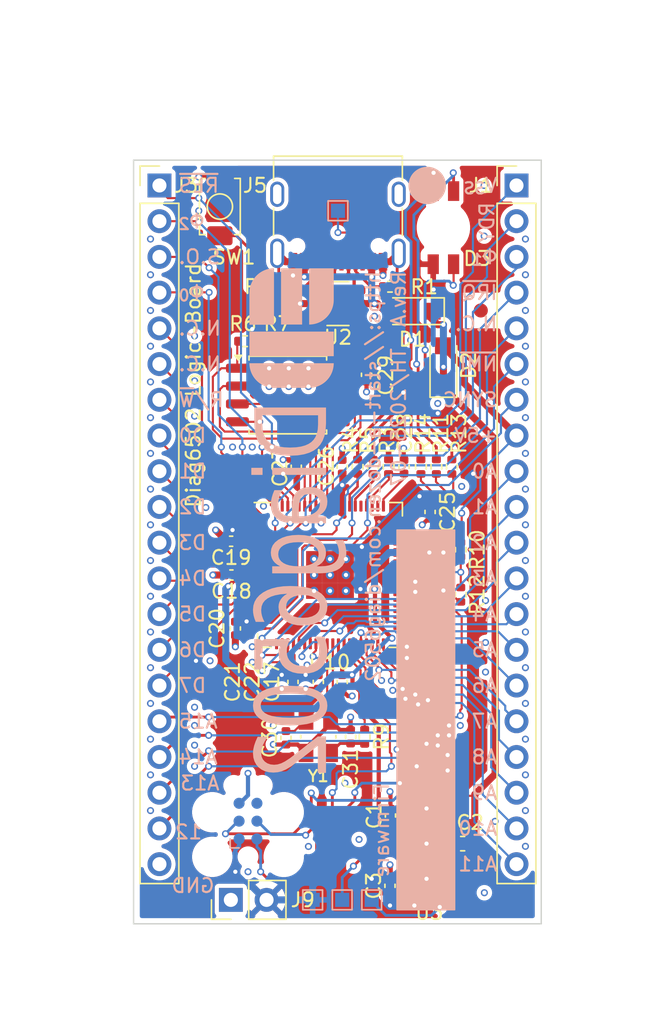
<source format=kicad_pcb>
(kicad_pcb (version 20241229) (generator "pcbnew") (generator_version "9.0")
  (layers (0 "F.Cu" signal) (4 "In1.Cu" signal) (6 "In2.Cu" signal) (2 "B.Cu" signal) (13 "F.Paste" user) (15 "B.Paste" user) (5 "F.SilkS" user "F.Silkscreen") (7 "B.SilkS" user "B.Silkscreen") (1 "F.Mask" user) (3 "B.Mask" user) (25 "Edge.Cuts" user))
  (net 0 "")
  (net 1 "+1V1")
  (net 2 "/Power Supply & USB/V_{SUP}")
  (net 3 "/Processor/VREG_AVDD")
  (net 4 "/Processor/XIN")
  (net 5 "Net-(C31-Pad2)")
  (net 6 "VBUS")
  (net 7 "/Processor/A4")
  (net 8 "/Processor/A0")
  (net 9 "/Processor/RDY")
  (net 10 "/Processor/PIN5")
  (net 11 "/Processor/A5")
  (net 12 "/Processor/SYNC")
  (net 13 "/Processor/A1")
  (net 14 "/Processor/A8")
  (net 15 "/Processor/A10")
  (net 16 "/Processor/A7")
  (net 17 "/Processor/QSPI_SS")
  (net 18 "Net-(R7-Pad1)")
  (net 19 "/Processor/XOUT")
  (net 20 "/Processor/5V_SENSE")
  (net 21 "/Processor/~{RGB_R}")
  (net 22 "/Processor/~{RGB_G}")
  (net 23 "/Processor/~{RGB_B}")
  (net 26 "/Processor/~{NMI}")
  (net 27 "/Processor/A6")
  (net 28 "/Processor/A11")
  (net 29 "/Processor/PHI1")
  (net 30 "/Processor/PIN1")
  (net 31 "/Processor/~{IRQ}")
  (net 32 "/Processor/A2")
  (net 33 "/Processor/A9")
  (net 34 "/Processor/A3")
  (net 35 "/Processor/PIN35")
  (net 36 "/Processor/D6")
  (net 37 "/Processor/A15")
  (net 38 "/Processor/D7")
  (net 39 "/Processor/PHI2")
  (net 40 "/Processor/~{SO}")
  (net 41 "/Processor/D5")
  (net 42 "/Processor/~{RES}")
  (net 43 "/Processor/A12")
  (net 44 "/Processor/D4")
  (net 45 "/Processor/D1")
  (net 46 "/Processor/A14")
  (net 47 "/Processor/PHI0")
  (net 48 "/Processor/A13")
  (net 49 "/Processor/D0")
  (net 50 "/Processor/D3")
  (net 51 "/Processor/D2")
  (net 52 "/Processor/RW")
  (net 53 "/Processor/PIN36")
  (net 54 "/Processor/QSPI_SCLK")
  (net 55 "/Processor/QSPI_SD1")
  (net 56 "/Processor/QSPI_SD2")
  (net 57 "/Processor/QSPI_SD0")
  (net 58 "/Processor/QSPI_SD3")
  (net 59 "/Processor/SWDIO")
  (net 60 "/Processor/RUN")
  (net 61 "/Processor/SWCLK")
  (net 63 "Net-(U10-USB_DP)")
  (net 64 "Net-(U10-USB_DM)")
  (net 74 "/Processor/USB_D+")
  (net 75 "/Processor/USB_D-")
  (net 77 "Net-(J5-CC1)")
  (net 78 "Net-(J5-D+-PadA6)")
  (net 79 "Net-(J5-D--PadA7)")
  (net 80 "Net-(J5-CC2)")
  (net 82 "GND")
  (net 83 "+3V3")
  (net 84 "+5V")
  (net 85 "/Processor/LED_G")
  (net 86 "/Processor/LED_R")
  (net 87 "/Processor/LED_B")
  (footprint "Capacitor_SMD:C_0402_1005Metric" (layer "F.Cu") (at 141.24 53.3 -90)
    (property "Reference" "C20")
    (property "Value" "0.1u")
  )
  (footprint "Capacitor_SMD:C_0402_1005Metric" (layer "F.Cu") (at 155.54 48.7)
    (property "Reference" "C16")
    (property "Value" "4.7u")
  )
  (footprint "footprints:LED_XZMDKCBDDG45S-9" (layer "F.Cu") (at 156.04 24.8 90)
    (property "Reference" "D3")
    (property "Value" "XZMDKCBDDG45S-9")
  )
  (footprint "Resistor_SMD:R_0402_1005Metric" (layer "F.Cu") (at 149.94 41.8 90)
    (property "Reference" "R4")
    (property "Value" "27")
  )
  (footprint "Connector_PinHeader_2.54mm:PinHeader_1x20_P2.54mm_Vertical" (layer "F.Cu") (at 161.24 21.8)
    (property "Reference" "J1")
    (property "Value" "Conn_01x20_PinHeader")
  )
  (footprint "Fiducial:Fiducial_1mm_Mask2mm" (layer "F.Cu") (at 135.84 72.6)
    (property "Reference" "FID5" (hide yes))
    (property "Value" "Fiducial_1mm_Mask2mm")
  )
  (footprint "Capacitor_SMD:C_0402_1005Metric" (layer "F.Cu") (at 147.14 57.1 -90)
    (property "Reference" "C22")
    (property "Value" "0.1u")
  )
  (footprint "PCM_kikit:Board" (layer "F.Cu") (at 134.04 20)
    (property "Reference" "B2")
    (property "Value" "Board")
  )
  (footprint "Capacitor_SMD:C_0402_1005Metric" (layer "F.Cu") (at 152.24 71.6 90)
    (property "Reference" "C3")
    (property "Value" "4.7u")
  )
  (footprint "Capacitor_SMD:C_0402_1005Metric" (layer "F.Cu") (at 150.572 35.262 -90)
    (property "Reference" "C29")
    (property "Value" "0.1u")
  )
  (footprint "Capacitor_SMD:C_0402_1005Metric" (layer "F.Cu") (at 144.84 61.0746 90)
    (property "Reference" "C30")
    (property "Value" "15p")
  )
  (footprint "Connector_PinHeader_2.54mm:PinHeader_1x20_P2.54mm_Vertical" (layer "F.Cu") (at 135.84 21.8)
    (property "Reference" "J3")
    (property "Value" "Conn_01x20_PinHeader")
  )
  (footprint "Capacitor_SMD:C_0603_1608Metric" (layer "F.Cu") (at 157.41125 68.6 180)
    (property "Reference" "C2")
    (property "Value" "10u")
  )
  (footprint "footprints:TS-1088-xxxxxxx" (layer "F.Cu") (at 140.14 23.3 -90)
    (property "Reference" "SW1")
    (property "Value" "TS-1088-AR02016")
  )
  (footprint "Connector_USB:USB_C_Receptacle_G-Switch_GT-USB-7010ASV" (layer "F.Cu") (at 148.54 23.5 180)
    (property "Reference" "J5")
    (property "Value" "GT-USB-7010ASV")
  )
  (footprint "Resistor_SMD:R_0402_1005Metric" (layer "F.Cu") (at 152.24 29)
    (property "Reference" "R1")
    (property "Value" "5.1k")
  )
  (footprint "Capacitor_SMD:C_0402_1005Metric" (layer "F.Cu") (at 145.57375 41.8 90)
    (property "Reference" "C27")
    (property "Value" "0.1u")
  )
  (footprint "Resistor_SMD:R_0402_1005Metric" (layer "F.Cu") (at 156.64 41.8 90)
    (property "Reference" "R13")
    (property "Value" "330")
  )
  (footprint "footprints:RP2350-QFN-80-1EP_10x10_P0.4mm_EP3.4x3.4mm_ThermalVias" (layer "F.Cu") (at 147.97375 49.4965)
    (property "Reference" "U10")
    (property "Value" "RP2350_80QFN")
  )
  (footprint "Fiducial:Fiducial_1mm_Mask2mm" (layer "F.Cu") (at 158.7 30.69)
    (property "Reference" "FID4" (hide yes))
    (property "Value" "Fiducial_1mm_Mask2mm")
  )
  (footprint "Resistor_SMD:R_0402_1005Metric" (layer "F.Cu") (at 154.44 41.8 90)
    (property "Reference" "R14")
    (property "Value" "330")
  )
  (footprint "Resistor_SMD:R_0402_1005Metric" (layer "F.Cu") (at 154.94 62.8 90)
    (property "Reference" "R8")
    (property "Value" "1k")
  )
  (footprint "Resistor_SMD:R_0402_1005Metric" (layer "F.Cu") (at 152.14 41.8 -90)
    (property "Reference" "R3")
    (property "Value" "10")
  )
  (footprint "Capacitor_SMD:C_0402_1005Metric" (layer "F.Cu") (at 140.96 49.5 180)
    (property "Reference" "C18")
    (property "Value" "0.1u")
  )
  (footprint "Capacitor_SMD:C_0402_1005Metric" (layer "F.Cu") (at 145.34 57.1 -90)
    (property "Reference" "C21")
    (property "Value" "0.1u")
  )
  (footprint "Package_TO_SOT_SMD:SOT-23-5" (layer "F.Cu") (at 155.11125 66.15 180)
    (property "Reference" "U1")
    (property "Value" "TLV74311PDBVR")
  )
  (footprint "footprints:XTAL_ABM8-272-T3" (layer "F.Cu") (at 147.14 61)
    (property "Reference" "Y1")
    (property "Value" "ABM8-272-T3")
  )
  (footprint "Fiducial:Fiducial_1mm_Mask2mm" (layer "F.Cu") (at 161.24 72.6)
    (property "Reference" "FID6" (hide yes))
    (property "Value" "Fiducial_1mm_Mask2mm")
  )
  (footprint "Resistor_SMD:R_0402_1005Metric" (layer "F.Cu") (at 150.44 61 90)
    (property "Reference" "R9")
    (property "Value" "1k")
  )
  (footprint "Resistor_SMD:R_0402_1005Metric" (layer "F.Cu") (at 144.84 29 180)
    (property "Reference" "R2")
    (property "Value" "5.1k")
  )
  (footprint "Capacitor_SMD:C_0402_1005Metric" (layer "F.Cu") (at 155.54 49.9)
    (property "Reference" "C24")
    (property "Value" "0.1u")
  )
  (footprint "Capacitor_SMD:C_0402_1005Metric" (layer "F.Cu") (at 148.84 41.8 90)
    (property "Reference" "C26")
    (property "Value" "0.1u")
  )
  (footprint "Capacitor_SMD:C_0402_1005Metric" (layer "F.Cu") (at 155.0932 45.0156 -90)
    (property "Reference" "C25")
    (property "Value" "0.1u")
  )
  (footprint "Capacitor_SMD:C_0402_1005Metric" (layer "F.Cu") (at 154.24 54.88 -90)
    (property "Reference" "C23")
    (property "Value" "0.1u")
  )
  (footprint "Resistor_SMD:R_0402_1005Metric" (layer "F.Cu") (at 157.27375 47.7 90)
    (property "Reference" "R10")
    (property "Value" "5.1k")
  )
  (footprint "Connector_PinHeader_2.54mm:PinHeader_1x02_P2.54mm_Vertical" (layer "F.Cu") (at 140.92 72.6 90)
    (property "Reference" "J9")
    (property "Value" "Conn_01x02_PinHeader")
  )
  (footprint "Resistor_SMD:R_0402_1005Metric" (layer "F.Cu") (at 155.54 41.8 90)
    (property "Reference" "R11")
    (property "Value" "330")
  )
  (footprint "Capacitor_SMD:C_0402_1005Metric" (layer "F.Cu") (at 140.94 47.1 180)
    (property "Reference" "C19")
    (property "Value" "0.1u")
  )
  (footprint "Capacitor_SMD:C_0402_1005Metric" (layer "F.Cu") (at 152.27375 66.6 90)
    (property "Reference" "C1")
    (property "Value" "4.7u")
  )
  (footprint "Package_SO:SOIC-8_5.3x5.3mm_P1.27mm" (layer "F.Cu") (at 144.97375 36.7)
    (property "Reference" "U9")
    (property "Value" "W25Q128JVS")
  )
  (footprint "Diode_SMD:Nexperia_CFP3_SOD-123W" (layer "F.Cu") (at 156.04 34.6 90)
    (property "Reference" "D2")
    (property "Value" "PMEG3010ER")
  )
  (footprint "Resistor_SMD:R_0402_1005Metric" (layer "F.Cu") (at 144.222 32.8744 180)
    (property "Reference" "R7")
    (property "Value" "1k")
  )
  (footprint "Diode_SMD:Nexperia_CFP3_SOD-123W" (layer "F.Cu") (at 153.84 30.7408 180)
    (property "Reference" "D1")
    (property "Value" "PMEG3010ER")
  )
  (footprint "Resistor_SMD:R_0402_1005Metric" (layer "F.Cu") (at 157.27375 50.8975 -90)
    (property "Reference" "R12")
    (property "Value" "5.1k")
  )
  (footprint "Capacitor_SMD:C_0402_1005Metric" (layer "F.Cu") (at 149.44 61 -90)
    (property "Reference" "C31")
    (property "Value" "15p")
  )
  (footprint "Capacitor_SMD:C_0402_1005Metric" (layer "F.Cu") (at 148.84 57.1 -90)
    (property "Reference" "C17")
    (property "Value" "0.1u")
  )
  (footprint "Resistor_SMD:R_0402_1005Metric" (layer "F.Cu") (at 151.04 41.8 -90)
    (property "Reference" "R5")
    (property "Value" "27")
  )
  (footprint "Capacitor_SMD:C_0402_1005Metric" (layer "F.Cu") (at 153.24 41.8 90)
    (property "Reference" "C28")
    (property "Value" "4.7u")
  )
  (footprint "Package_TO_SOT_SMD:SC-74-6_1.55x2.9mm_P0.95mm" (layer "F.Cu") (at 148.54 30.2)
    (property "Reference" "U2")
    (property "Value" "IP4234CZ6")
  )
  (footprint "Resistor_SMD:R_0402_1005Metric" (layer "F.Cu") (at 141.936 32.8744 180)
    (property "Reference" "R6")
    (property "Value" "10k")
  )
  (footprint "Package_TO_SOT_SMD:SOT-23-5" (layer "F.Cu") (at 155.04 71.1 180)
    (property "Reference" "U3")
    (property "Value" "AP2112K-3.3")
  )
  (footprint "TestPoint:TestPoint_Pad_1.0x1.0mm" (layer "B.Cu") (at 148.84 72.6 180)
    (property "Reference" "TP1")
    (property "Value" "+1V1")
  )
  (footprint "Connector:Tag-Connect_TC2030-IDC-FP_2x03_P1.27mm_Vertical" (layer "B.Cu") (at 142.14 67 90)
    (property "Reference" "J7" (hide yes))
    (property "Value" "Conn_ARM_SWD_TagConnect_TC2030")
  )
  (footprint "footprints:SaD Logo" (layer "B.Cu") (at 148.24 31.94 -90)
    (property "Reference" "REF**" (hide yes))
    (property "Value" "Untitled" (hide yes))
  )
  (footprint "TestPoint:TestPoint_Pad_1.0x1.0mm" (layer "B.Cu") (at 148.54 23.6 180)
    (property "Reference" "TP2")
    (property "Value" "V_{BUS}")
  )
  (footprint "TestPoint:TestPoint_Pad_1.0x1.0mm" (layer "B.Cu") (at 150.94 72.6 180)
    (property "Reference" "TP3")
    (property "Value" "V_{SUP}")
  )
  (footprint "TestPoint:TestPoint_Pad_1.0x1.0mm" (layer "B.Cu") (at 146.74 72.6 180)
    (property "Reference" "TP4")
    (property "Value" "+3V3")
  )
  (gr_circle (center 154.89 21.8) (end 155.69 22.8) (stroke (width 0.1)) (fill yes) (layer "B.SilkS"))
  (gr_rect (start 152.74 46.3) (end 156.84 73.3) (stroke (width 0.1)) (fill yes) (layer "B.SilkS"))
  (gr_line (start 134 74.3) (end 134 20) (stroke (width 0.1)) (layer "Edge.Cuts"))
  (gr_line (start 163 74.3) (end 134 74.3) (stroke (width 0.1)) (layer "Edge.Cuts"))
  (gr_line (start 134 20) (end 163 20) (stroke (width 0.1)) (layer "Edge.Cuts"))
  (gr_line (start 163 20) (end 163 74.3) (stroke (width 0.1)) (layer "Edge.Cuts"))
  (gr_text "Diag6502 Logic-Board\n" (at 138.84 44.8 90) (layer "F.SilkS") (effects (font (size 1 1)) (justify left bottom)))
  (gr_text "A8" (at 159.97 62.44 0) (layer "B.SilkS") (effects (font (size 1 1) (thickness 0.153)) (justify left mirror)))
  (gr_text "D6" (at 137.11 54.82 0) (layer "B.SilkS") (effects (font (size 1 1) (thickness 0.153)) (justify right mirror)))
  (gr_text "+5V" (at 159.97 39.58 0) (layer "B.SilkS") (effects (font (size 1 1) (thickness 0.153)) (justify left mirror)))
  (gr_text "A5" (at 159.97 54.82 0) (layer "B.SilkS") (effects (font (size 1 1) (thickness 0.153)) (justify left mirror)))
  (gr_text "GND" (at 136.602 71.584 0) (layer "B.SilkS") (effects (font (size 1 1) (thickness 0.153)) (justify right mirror)))
  (gr_text "D4" (at 137.11 49.74 0) (layer "B.SilkS") (effects (font (size 1 1) (thickness 0.153)) (justify right mirror)))
  (gr_text "D0" (at 137.11 39.58 0) (layer "B.SilkS") (effects (font (size 1 1) (thickness 0.153)) (justify right mirror)))
  (gr_text "Firmware" (at 152.24 64.2 90) (layer "B.SilkS") (effects (font (size 1 1)) (justify left bottom mirror)))
  (gr_text "~{NMI}" (at 159.97 34.5 0) (layer "B.SilkS") (effects (font (size 1 1) (thickness 0.153)) (justify left mirror)))
  (gr_text "~{RES}" (at 137.11 21.8 0) (layer "B.SilkS") (effects (font (size 1 1) (thickness 0.153)) (justify right mirror)))
  (gr_text "A10" (at 159.97 67.52 0) (layer "B.SilkS") (effects (font (size 1 1) (thickness 0.153)) (justify left mirror)))
  (gr_text "SYNC" (at 159.97 37.04 0) (layer "B.SilkS") (effects (font (size 1 1) (thickness 0.153)) (justify left mirror)))
  (gr_text "~{IRQ}" (at 159.97 29.42 0) (layer "B.SilkS") (effects (font (size 1 1) (thickness 0.153)) (justify left mirror)))
  (gr_text "S.O." (at 137.11 26.88 0) (layer "B.SilkS") (effects (font (size 1 1) (thickness 0.153)) (justify right mirror)))
  (gr_text "A7" (at 159.97 59.9 0) (layer "B.SilkS") (effects (font (size 1 1) (thickness 0.153)) (justify left mirror)))
  (gr_text "12" (at 136.856 67.774 0) (layer "B.SilkS") (effects (font (size 1 1) (thickness 0.153)) (justify right mirror)))
  (gr_text "Diag6502\n" (at 148.54 37.04 90) (layer "B.SilkS") (effects (font (size 5 4) (thickness 0.5)) (justify left bottom mirror)))
  (gr_text "Φ_{2}" (at 137.11 24.34 0) (layer "B.SilkS") (effects (font (size 1 1) (thickness 0.153)) (justify right mirror)))
  (gr_text "Rev.A  TH/2025-07	" (at 153.44 27.8 90) (layer "B.SilkS") (effects (font (size 1 1)) (justify left bottom mirror)))
  (gr_text "N.C." (at 137.11 34.5 0) (layer "B.SilkS") (effects (font (size 1 1) (thickness 0.153)) (justify right mirror)))
  (gr_text "A6" (at 159.97 57.36 0) (layer "B.SilkS") (effects (font (size 1 1) (thickness 0.153)) (justify left mirror)))
  (gr_text "D7" (at 137.11 57.36 0) (layer "B.SilkS") (effects (font (size 1 1) (thickness 0.153)) (justify right mirror)))
  (gr_text "D3" (at 137.11 47.2 0) (layer "B.SilkS") (effects (font (size 1 1) (thickness 0.153)) (justify right mirror)))
  (gr_text "A2" (at 159.97 47.2 0) (layer "B.SilkS") (effects (font (size 1 1) (thickness 0.153)) (justify left mirror)))
  (gr_text "D5" (at 137.11 52.28 0) (layer "B.SilkS") (effects (font (size 1 1) (thickness 0.153)) (justify right mirror)))
  (gr_text "A3" (at 159.97 49.74 0) (layer "B.SilkS") (effects (font (size 1 1) (thickness 0.153)) (justify left mirror)))
  (gr_text "A11" (at 159.97 70.06 0) (layer "B.SilkS") (effects (font (size 1 1) (thickness 0.153)) (justify left mirror)))
  (gr_text "A14\n" (at 137.11 62.44 0) (layer "B.SilkS") (effects (font (size 1 1) (thickness 0.153)) (justify right mirror)))
  (gr_text "R/~{W}" (at 137.11 37.04 0) (layer "B.SilkS") (effects (font (size 1 1) (thickness 0.153)) (justify right mirror)))
  (gr_text "N.C." (at 137.11 31.96 0) (layer "B.SilkS") (effects (font (size 1 1) (thickness 0.153)) (justify right mirror)))
  (gr_text "D2" (at 137.11 44.66 0) (layer "B.SilkS") (effects (font (size 1 1) (thickness 0.153)) (justify right mirror)))
  (gr_text "D1" (at 137.11 42.12 0) (layer "B.SilkS") (effects (font (size 1 1) (thickness 0.153)) (justify right mirror)))
  (gr_text "Φ_{1}" (at 159.97 26.88 0) (layer "B.SilkS") (effects (font (size 1 1) (thickness 0.153)) (justify left mirror)))
  (gr_text "A4" (at 159.97 52.28 0) (layer "B.SilkS") (effects (font (size 1 1) (thickness 0.153)) (justify left mirror)))
  (gr_text "A15" (at 137.11 59.9 0) (layer "B.SilkS") (effects (font (size 1 1) (thickness 0.153)) (justify right mirror)))
  (gr_text "N.C." (at 159.97 31.644459 0) (layer "B.SilkS") (effects (font (size 1 1) (thickness 0.153)) (justify left mirror)))
  (gr_text "A9" (at 159.97 64.98 0) (layer "B.SilkS") (effects (font (size 1 1) (thickness 0.153)) (justify left mirror)))
  (gr_text "A1" (at 159.97 44.66 0) (layer "B.SilkS") (effects (font (size 1 1) (thickness 0.153)) (justify left mirror)))
  (gr_text "Φ_{0}" (at 137.11 29.42 0) (layer "B.SilkS") (effects (font (size 1 1) (thickness 0.153)) (justify right mirror)))
  (gr_text "RDY" (at 159.14 22.9 90) (layer "B.SilkS") (effects (font (size 1 1) (thickness 0.153)) (justify left mirror)))
  (gr_text "https://start-a-dozen.com/diag6502" (at 151.64 27.8 90) (layer "B.SilkS") (effects (font (size 1 1) (thickness 0.153)) (justify left bottom mirror)))
  (gr_text "V_{SS}" (at 159.97 21.8 0) (layer "B.SilkS") (effects (font (size 1 1) (thickness 0.153)) (justify left mirror)))
  (gr_text "A13" (at 137.24 64.3 0) (layer "B.SilkS") (effects (font (size 1 1) (thickness 0.153)) (justify right mirror)))
  (gr_text "A0" (at 159.97 42.12 0) (layer "B.SilkS") (effects (font (size 1 1) (thickness 0.153)) (justify left mirror)))
  (segment (start 151.44 60.2) (end 150.13034 58.89034) (width 0.3) (layer "F.Cu") (net 1))
  (segment (start 152.193662 67.019888) (end 151.44 66.266226) (width 0.3) (layer "F.Cu") (net 1))
  (segment (start 149.57375 56.74) (end 149.45375 56.62) (width 0.3) (layer "F.Cu") (net 1))
  (segment (start 152.87025 49.2965) (end 153.510376 49.2965) (width 0.15) (layer "F.Cu") (net 1))
  (segment (start 148.57375 55.3) (end 148.84 55.56625) (width 0.2) (layer "F.Cu") (net 1))
  (segment (start 148.84 55.56625) (end 148.84 56.52125) (width 0.3) (layer "F.Cu") (net 1))
  (segment (start 141.44 49.6) (end 140.74 50.3) (width 0.3) (layer "F.Cu") (net 1))
  (segment (start 153.623438 49.183438) (end 154.106876 48.7) (width 0.3) (layer "F.Cu") (net 1))
  (segment (start 141.44 49.5) (end 141.44 49.6) (width 0.3) (layer "F.Cu") (net 1))
  (segment (start 153.510376 49.2965) (end 153.623438 49.183438) (width 0.15) (layer "F.Cu") (net 1))
  (segment (start 148.57375 54.393) (end 148.57375 55.3) (width 0.2) (layer "F.Cu") (net 1))
  (segment (start 150.13034 57.791786) (end 149.57375 57.235196) (width 0.3) (layer "F.Cu") (net 1))
  (segment (start 151.44 66.266226) (end 151.44 60.2) (width 0.3) (layer "F.Cu") (net 1))
  (segment (start 153.97375 67.1) (end 152.30625 67.1) (width 0.3) (layer "F.Cu") (net 1))
  (segment (start 142.24 49.2965) (end 142.0365 49.5) (width 0.15) (layer "F.Cu") (net 1))
  (segment (start 149.57375 57.235196) (end 149.57375 56.74) (width 0.3) (layer "F.Cu") (net 1))
  (segment (start 150.13034 58.89034) (end 150.13034 57.791786) (width 0.3) (layer "F.Cu") (net 1))
  (segment (start 155.04 47.9) (end 155.03875 47.90125) (width 0.3) (layer "F.Cu") (net 1))
  (segment (start 152.27375 67.56625) (end 152.27375 67.0675) (width 0.2) (layer "F.Cu") (net 1))
  (segment (start 151.17375 50.6) (end 151.17375 52.790655) (width 0.3) (layer "F.Cu") (net 1))
  (segment (start 149.45375 56.62) (end 148.89375 56.62) (width 0.3) (layer "F.Cu") (net 1))
  (segment (start 142.24 49.2965) (end 143.07725 49.2965) (width 0.15) (layer "F.Cu") (net 1))
  (segment (start 155.03875 47.90125) (end 155.03875 48.6) (width 0.3) (layer "F.Cu") (net 1))
  (segment (start 154.106876 48.7) (end 154.94705 48.7) (width 0.3) (layer "F.Cu") (net 1))
  (segment (start 142.0365 49.5) (end 141.44 49.5) (width 0.3) (layer "F.Cu") (net 1))
  (segment (start 151.17375 52.790655) (end 152.38072 53.997625) (width 0.3) (layer "F.Cu") (net 1))
  (segment (start 149.64 70.2) (end 152.27375 67.56625) (width 0.2) (layer "F.Cu") (net 1))
  (via (at 140.74 50.3) (size 0.5) (drill 0.3) (layers "F.Cu" "B.Cu") (net 1))
  (via (at 149.64 70.2) (size 0.5) (drill 0.3) (layers "F.Cu" "B.Cu") (net 1))
  (via (at 152.38072 53.997625) (size 0.5) (drill 0.3) (layers "F.Cu" "B.Cu") (net 1))
  (via (at 149.54 56.6) (size 0.5) (drill 0.3) (layers "F.Cu" "B.Cu") (net 1))
  (via (at 155.04 47.9) (size 0.5) (drill 0.3) (layers "F.Cu" "B.Cu") (net 1))
  (via (at 151.14 50.5) (size 0.5) (drill 0.3) (layers "F.Cu" "B.Cu") (net 1))
  (segment (start 143.321 58.281) (end 146.52208 58.281) (width 0.5) (layer "B.Cu") (net 1))
  (segment (start 151.14 48.93375) (end 151.14 50.5) (width 0.5) (layer "B.Cu") (net 1))
  (segment (start 140.74 50.3) (end 140.559 50.481) (width 0.5) (layer "B.Cu") (net 1))
  (segment (start 155.0375 47.9) (end 152.17375 47.9) (width 0.5) (layer "B.Cu") (net 1))
  (segment (start 155.03875 47.90125) (end 155.0375 47.9) (width 0.5) (layer "B.Cu") (net 1))
  (segment (start 148.20308 56.6) (end 149.54 56.6) (width 0.5) (layer "B.Cu") (net 1))
  (segment (start 140.559 50.481) (end 140.559 55.519) (width 0.5) (layer "B.Cu") (net 1))
  (segment (start 149.64 70.2) (end 148.84 71) (width 0.2) (layer "B.Cu") (net 1))
  (segment (start 152.17375 47.9) (end 151.14 48.93375) (width 0.5) (layer "B.Cu") (net 1))
  (segment (start 140.559 55.519) (end 143.321 58.281) (width 0.5) (layer "B.Cu") (net 1))
  (segment (start 152.38072 53.997625) (end 152.142375 53.997625) (width 0.3) (layer "B.Cu") (net 1))
  (segment (start 152.142375 53.997625) (end 149.54 56.6) (width 0.3) (layer "B.Cu") (net 1))
  (segment (start 148.84 71) (end 148.84 72.6) (width 0.2) (layer "B.Cu") (net 1))
  (segment (start 146.52208 58.281) (end 148.20308 56.6) (width 0.5) (layer "B.Cu") (net 1))
  (segment (start 156.1775 72.05) (end 156.861249 72.05) (width 0.5) (layer "F.Cu") (net 2))
  (segment (start 158.27375 70.637499) (end 158.27375 70.1) (width 0.5) (layer "F.Cu") (net 2))
  (segment (start 159.716 63.65775) (end 158.27375 65.1) (width 0.5) (layer "F.Cu") (net 2))
  (segment (start 156.861249 72.05) (end 158.27375 70.637499) (width 0.5) (layer "F.Cu") (net 2))
  (segment (start 155.779 73.108) (end 156.24875 72.63825) (width 0.2) (layer "F.Cu") (net 2))
  (segment (start 158.27375 67.1) (end 158.27375 68.6) (width 0.5) (layer "F.Cu") (net 2))
  (segment (start 158.27375 70.1) (end 158.27375 68.6) (width 0.5) (layer "F.Cu") (net 2))
  (segment (start 159.716 39.834) (end 159.716 63.65775) (width 0.5) (layer "F.Cu") (net 2))
  (segment (start 156.07375 67.1) (end 158.27375 67.1) (width 0.5) (layer "F.Cu") (net 2))
  (segment (start 156.07375 65.2) (end 158.17375 65.2) (width 0.15) (layer "F.Cu") (net 2))
  (segment (start 156.04 34.7) (end 156.04 36) (width 0.5) (layer "F.Cu") (net 2))
  (segment (start 156.24875 72.63825) (end 156.24875 72.12125) (width 0.2) (layer "F.Cu") (net 2))
  (segment (start 158.27375 65.1) (end 158.27375 67.1) (width 0.5) (layer "F.Cu") (net 2))
  (segment (start 156.1775 70.15) (end 158.22375 70.15) (width 0.15) (layer "F.Cu") (net 2))
  (segment (start 155.04 31.1004) (end 155.04 30.7) (width 0.5) (layer "F.Cu") (net 2))
  (segment (start 158.17375 65.2) (end 158.27375 65.1) (width 0.15) (layer "F.Cu") (net 2))
  (segment (start 158.22375 70.15) (end 158.27375 70.1) (width 0.15) (layer "F.Cu") (net 2))
  (segment (start 155.6396 31.7) (end 155.04 31.1004) (width 0.5) (layer "F.Cu") (net 2))
  (segment (start 155.97375 36.09175) (end 159.716 39.834) (width 0.5) (layer "F.Cu") (net 2))
  (segment (start 156.04 31.7) (end 155.6396 31.7) (width 0.5) (layer "F.Cu") (net 2))
  (via (at 155.779 73.108) (size 0.5) (drill 0.3) (layers "F.Cu" "B.Cu") (net 2))
  (via (at 156.04 34.7) (size 0.5) (drill 0.3) (layers "F.Cu" "B.Cu") (net 2))
  (via (at 156.04 31.7) (size 0.5) (drill 0.3) (layers "F.Cu" "B.Cu") (net 2))
  (segment (start 156.04 31.7) (end 156.04 34.7) (width 0.5) (layer "B.Cu") (net 2))
  (segment (start 151.94 73.7) (end 155.187 73.7) (width 0.2) (layer "B.Cu") (net 2))
  (segment (start 155.187 73.7) (end 155.779 73.108) (width 0.2) (layer "B.Cu") (net 2))
  (segment (start 150.94 72.7) (end 151.94 73.7) (width 0.2) (layer "B.Cu") (net 2))
  (segment (start 150.57375 44.14037) (end 150.78012 43.934) (width 0.15) (layer "F.Cu") (net 3))
  (segment (start 153.2872 42.58655) (end 153.2872 42.28) (width 0.15) (layer "F.Cu") (net 3))
  (segment (start 151.77375 44.1) (end 153.2872 42.58655) (width 0.15) (layer "F.Cu") (net 3))
  (segment (start 151.77375 44.6) (end 151.77375 44.1) (width 0.15) (layer "F.Cu") (net 3))
  (segment (start 152.1696 42.7068) (end 152.1696 42.3252) (width 0.15) (layer "F.Cu") (net 3))
  (segment (start 150.78012 43.934) (end 150.9424 43.934) (width 0.15) (layer "F.Cu") (net 3))
  (segment (start 150.9424 43.934) (end 152.1696 42.7068) (width 0.15) (layer "F.Cu") (net 3))
  (segment (start 150.57375 44.6) (end 150.57375 44.14037) (width 0.15) (layer "F.Cu") (net 3))
  (segment (start 152.1696 42.3252) (end 153.1684 42.3252) (width 0.15) (layer "F.Cu") (net 3))
  (segment (start 146.1888 59.85) (end 145.4442 60.5946) (width 0.15) (layer "F.Cu") (net 4))
  (segment (start 147.77375 54.393) (end 147.77375 58.26505) (width 0.15) (layer "F.Cu") (net 4))
  (segment (start 145.4442 60.5946) (end 144.84 60.5946) (width 0.15) (layer "F.Cu") (net 4))
  (segment (start 147.77375 58.26505) (end 146.265 59.7738) (width 0.15) (layer "F.Cu") (net 4))
  (segment (start 150.44 61.51) (end 150.41 61.48) (width 0.2) (layer "F.Cu") (net 5))
  (segment (start 149.44 61.48) (end 148.685 61.48) (width 0.2) (layer "F.Cu") (net 5))
  (segment (start 148.685 61.48) (end 148.015 62.15) (width 0.2) (layer "F.Cu") (net 5))
  (segment (start 150.41 61.48) (end 149.44 61.48) (width 0.2) (layer "F.Cu") (net 5))
  (segment (start 151.3396 30.2) (end 151.8804 30.7408) (width 0.5) (layer "F.Cu") (net 6))
  (segment (start 150.94 26.593) (end 150.94 27.225) (width 0.15) (layer "F.Cu") (net 6))
  (segment (start 148.54 25.15) (end 149.497 25.15) (width 0.15) (layer "F.Cu") (net 6))
  (segment (start 150.94 28.3) (end 150.94 27.225) (width 0.5) (layer "F.Cu") (net 6))
  (segment (start 151.8804 30.7408) (end 152.44 30.7408) (width 0.5) (layer "F.Cu") (net 6))
  (segment (start 149.69 30.2) (end 151.3396 30.2) (width 0.5) (layer "F.Cu") (net 6))
  (segment (start 149.497 25.15) (end 150.94 26.593) (width 0.15) (layer "F.Cu") (net 6))
  (segment (start 146.14 27.225) (end 146.14 28.3) (width 0.5) (layer "F.Cu") (net 6))
  (via (at 150.94 28.3) (size 0.5) (drill 0.3) (layers "F.Cu" "B.Cu") (net 6))
  (via (at 148.54 25.15) (size 0.5) (drill 0.3) (layers "F.Cu" "B.Cu") (net 6))
  (via (at 151.14 30.2) (size 0.5) (drill 0.3) (layers "F.Cu" "B.Cu") (net 6))
  (via (at 146.14 28.3) (size 0.5) (drill 0.3) (layers "F.Cu" "B.Cu") (net 6))
  (segment (start 150.94 28.3) (end 150.94 30) (width 0.5) (layer "B.Cu") (net 6))
  (segment (start 150.94 30) (end 151.14 30.2) (width 0.5) (layer "B.Cu") (net 6))
  (segment (start 148.54 25.15) (end 148.54 23.6) (width 0.15) (layer "B.Cu") (net 6))
  (segment (start 150.94 28.3) (end 146.14 28.3) (width 0.5) (layer "B.Cu") (net 6))
  (segment (start 147.026539 53.481995) (end 146.57375 53.934784) (width 0.15) (layer "F.Cu") (net 7))
  (segment (start 146.57375 53.934784) (end 146.57375 54.393) (width 0.15) (layer "F.Cu") (net 7))
  (segment (start 148.665409 53.481995) (end 147.026539 53.481995) (width 0.15) (layer "F.Cu") (net 7))
  (via (at 148.665409 53.481995) (size 0.5) (drill 0.3) (layers "F.Cu" "B.Cu") (net 7))
  (segment (start 160.52 53) (end 160.845 52.675) (width 0.15) (layer "B.Cu") (net 7))
  (segment (start 148.665409 53.481995) (end 149.217404 52.93) (width 0.15) (layer "B.Cu") (net 7))
  (segment (start 150.520034 52.764001) (end 150.586658 52.830625) (width 0.15) (layer "B.Cu") (net 7))
  (segment (start 149.827467 52.764) (end 150.520034 52.764001) (width 0.15) (layer "B.Cu") (net 7))
  (segment (start 149.661467 52.93) (end 149.827467 52.764) (width 0.15) (layer "B.Cu") (net 7))
  (segment (start 153.736741 53) (end 160.52 53) (width 0.15) (layer "B.Cu") (net 7))
  (segment (start 150.586658 52.830625) (end 153.567366 52.830625) (width 0.15) (layer "B.Cu") (net 7))
  (segment (start 153.567366 52.830625) (end 153.736741 53) (width 0.15) (layer "B.Cu") (net 7))
  (segment (start 149.217404 52.93) (end 149.661467 52.93) (width 0.15) (layer "B.Cu") (net 7))
  (segment (start 144.57375 54.851216) (end 144.57375 54.393) (width 0.15) (layer "F.Cu") (net 8))
  (segment (start 144.236758 55.188208) (end 144.57375 54.851216) (width 0.15) (layer "F.Cu") (net 8))
  (segment (start 143.11075 55.188208) (end 144.236758 55.188208) (width 0.15) (layer "F.Cu") (net 8))
  (via (at 143.14 55.2) (size 0.5) (drill 0.3) (layers "F.Cu" "B.Cu") (net 8))
  (segment (start 143.11075 55.188208) (end 147.094125 51.204833) (width 0.15) (layer "B.Cu") (net 8))
  (segment (start 147.094125 51.204833) (end 156.235167 51.204833) (width 0.15) (layer "B.Cu") (net 8))
  (segment (start 157.94 49.5) (end 157.94 45.42) (width 0.15) (layer "B.Cu") (net 8))
  (segment (start 156.235167 51.204833) (end 157.94 49.5) (width 0.15) (layer "B.Cu") (net 8))
  (segment (start 157.94 45.42) (end 161.24 42.12) (width 0.15) (layer "B.Cu") (net 8))
  (segment (start 145.14 45.8) (end 144.42475 46.51525) (width 0.15) (layer "F.Cu") (net 9))
  (segment (start 144.42475 46.51525) (end 144.42475 50.807216) (width 0.15) (layer "F.Cu") (net 9))
  (segment (start 143.535466 51.6965) (end 143.07725 51.6965) (width 0.15) (layer "F.Cu") (net 9))
  (segment (start 144.42475 50.807216) (end 143.535466 51.6965) (width 0.15) (layer "F.Cu") (net 9))
  (via (at 145.14 45.8) (size 0.5) (drill 0.3) (layers "F.Cu" "B.Cu") (net 9))
  (segment (start 156.34 39) (end 157.64 37.7) (width 0.15) (layer "B.Cu") (net 9))
  (segment (start 157.64 29.8) (end 159.14 28.3) (width 0.15) (layer "B.Cu") (net 9))
  (segment (start 144.87375 45.181843) (end 151.055593 39) (width 0.15) (layer "B.Cu") (net 9))
  (segment (start 151.055593 39) (end 156.34 39) (width 0.15) (layer "B.Cu") (net 9))
  (segment (start 159.14 26.44) (end 161.24 24.34) (width 0.15) (layer "B.Cu") (net 9))
  (segment (start 157.64 37.7) (end 157.64 29.8) (width 0.15) (layer "B.Cu") (net 9))
  (segment (start 145.14 45.8) (end 144.87375 45.53375) (width 0.15) (layer "B.Cu") (net 9))
  (segment (start 159.14 28.3) (end 159.14 26.44) (width 0.15) (layer "B.Cu") (net 9))
  (segment (start 144.87375 45.53375) (end 144.87375 45.181843) (width 0.15) (layer "B.Cu") (net 9))
  (segment (start 149.54 46.6) (end 149.14 47) (width 0.15) (layer "F.Cu") (net 10))
  (segment (start 149.54 45.8) (end 149.54 46.6) (width 0.15) (layer "F.Cu") (net 10))
  (segment (start 145.647751 47.292249) (end 145.647751 51.06914) (width 0.15) (layer "F.Cu") (net 10))
  (segment (start 149.14 47) (end 145.94 47) (width 0.15) (layer "F.Cu") (net 10))
  (segment (start 143.82039 52.8965) (end 143.07725 52.8965) (width 0.15) (layer "F.Cu") (net 10))
  (segment (start 145.647751 51.06914) (end 143.82039 52.8965) (width 0.15) (layer "F.Cu") (net 10))
  (segment (start 145.94 47) (end 145.647751 47.292249) (width 0.15) (layer "F.Cu") (net 10))
  (via (at 149.54 45.8) (size 0.5) (drill 0.3) (layers "F.Cu" "B.Cu") (net 10))
  (segment (start 151.84 41.7) (end 156.24 41.7) (width 0.15) (layer "B.Cu") (net 10))
  (segment (start 156.24 41.7) (end 159.14 38.8) (width 0.15) (layer "B.Cu") (net 10))
  (segment (start 159.14 34.06) (end 161.24 31.96) (width 0.15) (layer "B.Cu") (net 10))
  (segment (start 149.54 44) (end 151.84 41.7) (width 0.15) (layer "B.Cu") (net 10))
  (segment (start 159.14 38.8) (end 159.14 34.06) (width 0.15) (layer "B.Cu") (net 10))
  (segment (start 149.54 45.8) (end 149.54 44) (width 0.15) (layer "B.Cu") (net 10))
  (segment (start 146.97375 54.393) (end 146.97375 54.86625) (width 0.15) (layer "F.Cu") (net 11))
  (segment (start 146.97375 54.86625) (end 146.77375 55.06625) (width 0.15) (layer "F.Cu") (net 11))
  (segment (start 146.77375 55.06625) (end 146.77375 55.4) (width 0.15) (layer "F.Cu") (net 11))
  (via (at 146.77375 55.3) (size 0.5) (drill 0.3) (layers "F.Cu" "B.Cu") (net 11))
  (segment (start 149.530577 53.43) (end 149.628157 53.43) (width 0.15) (layer "B.Cu") (net 11))
  (segment (start 147.560577 55.4) (end 149.530577 53.43) (width 0.15) (layer "B.Cu") (net 11))
  (segment (start 153.453396 53.5) (end 159.92 53.5) (width 0.15) (layer "B.Cu") (net 11))
  (segment (start 153.114021 53.160625) (end 153.453396 53.5) (width 0.15) (layer "B.Cu") (net 11))
  (segment (start 150.449968 53.160625) (end 153.114021 53.160625) (width 0.15) (layer "B.Cu") (net 11))
  (segment (start 146.77375 55.4) (end 147.560577 55.4) (width 0.15) (layer "B.Cu") (net 11))
  (segment (start 149.964157 53.094) (end 150.383343 53.094) (width 0.15) (layer "B.Cu") (net 11))
  (segment (start 149.628157 53.43) (end 149.964157 53.094) (width 0.15) (layer "B.Cu") (net 11))
  (segment (start 150.383343 53.094) (end 150.449968 53.160625) (width 0.15) (layer "B.Cu") (net 11))
  (segment (start 159.92 53.5) (end 161.24 54.82) (width 0.15) (layer "B.Cu") (net 11))
  (segment (start 144.17375 54.393) (end 143.46675 54.393) (width 0.15) (layer "F.Cu") (net 12))
  (segment (start 143.46675 54.393) (end 143.17375 54.1) (width 0.15) (layer "F.Cu") (net 12))
  (via (at 143.14 54) (size 0.5) (drill 0.3) (layers "F.Cu" "B.Cu") (net 12))
  (segment (start 146.04 51.1) (end 146.04 47.8) (width 0.15) (layer "B.Cu") (net 12))
  (segment (start 143.17375 53.96625) (end 146.04 51.1) (width 0.15) (layer "B.Cu") (net 12))
  (segment (start 160.134 38.146) (end 161.24 37.04) (width 0.15) (layer "B.Cu") (net 12))
  (segment (start 154.24 43.1) (end 156.44 43.1) (width 0.15) (layer "B.Cu") (net 12))
  (segment (start 143.17375 54.1) (end 143.17375 53.96625) (width 0.15) (layer "B.Cu") (net 12))
  (segment (start 150.44 46.9) (end 154.24 43.1) (width 0.15) (layer "B.Cu") (net 12))
  (segment (start 160.134 39.406) (end 160.134 38.146) (width 0.15) (layer "B.Cu") (net 12))
  (segment (start 156.44 43.1) (end 160.134 39.406) (width 0.15) (layer "B.Cu") (net 12))
  (segment (start 146.94 46.9) (end 150.44 46.9) (width 0.15) (layer "B.Cu") (net 12))
  (segment (start 146.04 47.8) (end 146.94 46.9) (width 0.15) (layer "B.Cu") (net 12))
  (segment (start 143.14 56.3) (end 143.74 55.7) (width 0.15) (layer "F.Cu") (net 13))
  (segment (start 144.97375 55.06625) (end 144.97375 54.393) (width 0.15) (layer "F.Cu") (net 13))
  (segment (start 143.74 55.7) (end 144.34 55.7) (width 0.15) (layer "F.Cu") (net 13))
  (segment (start 144.34 55.7) (end 144.97375 55.06625) (width 0.15) (layer "F.Cu") (net 13))
  (via (at 143.14 56.3) (size 0.5) (drill 0.3) (layers "F.Cu" "B.Cu") (net 13))
  (segment (start 158.94 46.96) (end 161.24 44.66) (width 0.15) (layer "B.Cu") (net 13))
  (segment (start 158.94 49.6) (end 158.94 46.96) (width 0.15) (layer "B.Cu") (net 13))
  (segment (start 156.94 51.6) (end 158.94 49.6) (width 0.15) (layer "B.Cu") (net 13))
  (segment (start 143.14 56.3) (end 147.84 51.6) (width 0.15) (layer "B.Cu") (net 13))
  (segment (start 147.84 51.6) (end 156.94 51.6) (width 0.15) (layer "B.Cu") (net 13))
  (segment (start 152.34 56.422372) (end 150.97375 55.056122) (width 0.15) (layer "F.Cu") (net 14))
  (segment (start 152.34 57.019997) (end 152.34 56.422372) (width 0.15) (layer "F.Cu") (net 14))
  (segment (start 150.97375 55.056122) (end 150.97375 54.393) (width 0.15) (layer "F.Cu") (net 14))
  (via (at 152.34 57.019997) (size 0.5) (drill 0.3) (layers "F.Cu" "B.Cu") (net 14))
  (segment (start 159.989999 59.149999) (end 159.989999 61.189999) (width 0.15) (layer "B.Cu") (net 14))
  (segment (start 159.989999 61.189999) (end 161.24 62.44) (width 0.15) (layer "B.Cu") (net 14))
  (segment (start 152.64 57) (end 152.84 56.8) (width 0.15) (layer "B.Cu") (net 14))
  (segment (start 152.84 56.8) (end 157.64 56.8) (width 0.15) (layer "B.Cu") (net 14))
  (segment (start 152.359997 57) (end 152.64 57) (width 0.15) (layer "B.Cu") (net 14))
  (segment (start 157.64 56.8) (end 159.989999 59.149999) (width 0.15) (layer "B.Cu") (net 14))
  (segment (start 152.34 57.019997) (end 152.359997 57) (width 0.15) (layer "B.Cu") (net 14))
  (segment (start 153.94 58.055) (end 153.94 56.7) (width 0.15) (layer "F.Cu") (net 15))
  (segment (start 151.94 55) (end 151.77375 54.83375) (width 0.15) (layer "F.Cu") (net 15))
  (segment (start 153.94 56.7) (end 152.24 55) (width 0.15) (layer "F.Cu") (net 15))
  (segment (start 152.24 55) (end 151.94 55) (width 0.15) (layer "F.Cu") (net 15))
  (segment (start 151.77375 54.83375) (end 151.77375 54.393) (width 0.15) (layer "F.Cu") (net 15))
  (via (at 154.04 58) (size 0.5) (drill 0.3) (layers "F.Cu" "B.Cu") (net 15))
  (segment (start 153.94 58.055) (end 153.94 58) (width 0.15) (layer "B.Cu") (net 15))
  (segment (start 157.44 58) (end 158.84 59.4) (width 0.15) (layer "B.Cu") (net 15))
  (segment (start 155.54 57.8) (end 155.74 58) (width 0.15) (layer "B.Cu") (net 15))
  (segment (start 153.94 58) (end 154.14 57.8) (width 0.15) (layer "B.Cu") (net 15))
  (segment (start 154.14 57.8) (end 155.54 57.8) (width 0.15) (layer "B.Cu") (net 15))
  (segment (start 158.84 59.4) (end 158.84 65.12) (width 0.15) (layer "B.Cu") (net 15))
  (segment (start 158.84 65.12) (end 161.24 67.52) (width 0.15) (layer "B.Cu") (net 15))
  (segment (start 155.74 58) (end 157.44 58) (width 0.15) (layer "B.Cu") (net 15))
  (segment (start 150.57375 55.197659) (end 151.45275 56.076659) (width 0.15) (layer "F.Cu") (net 16))
  (segment (start 150.57375 54.393) (end 150.57375 55.197659) (width 0.15) (layer "F.Cu") (net 16))
  (segment (start 151.45275 56.076659) (end 151.45275 56.250715) (width 0.15) (layer "F.Cu") (net 16))
  (via (at 151.45275 56.250715) (size 0.5) (drill 0.3) (layers "F.Cu" "B.Cu") (net 16))
  (segment (start 151.459465 56.244) (end 157.884 56.244) (width 0.15) (layer "B.Cu") (net 16))
  (segment (start 160.44 58.8) (end 160.44 59.1) (width 0.15) (layer "B.Cu") (net 16))
  (segment (start 160.44 59.1) (end 161.24 59.9) (width 0.15) (layer "B.Cu") (net 16))
  (segment (start 151.45275 56.250715) (end 151.459465 56.244) (width 0.15) (layer "B.Cu") (net 16))
  (segment (start 157.884 56.244) (end 160.44 58.8) (width 0.15) (layer "B.Cu") (net 16))
  (segment (start 146.17375 44.6) (end 146.17375 40.93375) (width 0.15) (layer "F.Cu") (net 17))
  (segment (start 140.245 34.795) (end 140.845 34.795) (width 0.15) (layer "F.Cu") (net 17))
  (segment (start 139.640285 35.399715) (end 140.245 34.795) (width 0.15) (layer "F.Cu") (net 17))
  (segment (start 143.1024 33.47385) (end 143.11255 33.47385) (width 0.15) (layer "F.Cu") (net 17))
  (segment (start 141.3772 34.79155) (end 141.3772 32.9232) (width 0.15) (layer "F.Cu") (net 17))
  (segment (start 140.294509 39.8) (end 139.640285 39.145776) (width 0.15) (layer "F.Cu") (net 17))
  (segment (start 145.04 39.8) (end 140.294509 39.8) (width 0.15) (layer "F.Cu") (net 17))
  (segment (start 146.17375 40.93375) (end 145.04 39.8) (width 0.15) (layer "F.Cu") (net 17))
  (segment (start 143.11255 33.47385) (end 143.712 32.8744) (width 0.15) (layer "F.Cu") (net 17))
  (segment (start 141.78125 34.795) (end 143.1024 33.47385) (width 0.15) (layer "F.Cu") (net 17))
  (segment (start 139.640285 39.145776) (end 139.640285 35.399715) (width 0.15) (layer "F.Cu") (net 17))
  (segment (start 142.19 29.05) (end 142.19 26.25) (width 0.2) (layer "F.Cu") (net 18))
  (segment (start 144.73 32.8724) (end 144.73 31.59) (width 0.2) (layer "F.Cu") (net 18))
  (segment (start 141.315 25.375) (end 140.57375 25.375) (width 0.2) (layer "F.Cu") (net 18))
  (segment (start 142.19 26.25) (end 141.315 25.375) (width 0.2) (layer "F.Cu") (net 18))
  (segment (start 144.73 31.59) (end 142.19 29.05) (width 0.2) (layer "F.Cu") (net 18))
  (segment (start 148.17375 54.393) (end 148.17375 58.1) (width 0.15) (layer "F.Cu") (net 19))
  (segment (start 148.732905 58.659155) (end 149.299155 58.659155) (width 0.15) (layer "F.Cu") (net 19))
  (segment (start 149.299155 58.659155) (end 150.44 59.8) (width 0.15) (layer "F.Cu") (net 19))
  (segment (start 150.44 59.8) (end 150.44 60.49) (width 0.15) (layer "F.Cu") (net 19))
  (segment (start 148.17375 58.1) (end 148.732905 58.659155) (width 0.15) (layer "F.Cu") (net 19))
  (segment (start 157.27375 50.3) (end 157.27375 49.3) (width 0.15) (layer "F.Cu") (net 20))
  (segment (start 153.334454 50.0965) (end 153.937787 50.699833) (width 0.15) (layer "F.Cu") (net 20))
  (segment (start 157.27375 48.2975) (end 157.27375 49.3) (width 0.15) (layer "F.Cu") (net 20))
  (segment (start 152.87025 50.0965) (end 153.334454 50.0965) (width 0.15) (layer "F.Cu") (net 20))
  (segment (start 153.937787 50.699833) (end 154.04 50.699833) (width 0.15) (layer "F.Cu") (net 20))
  (via (at 157.27375 49.3) (size 0.5) (drill 0.3) (layers "F.Cu" "B.Cu") (net 20))
  (via (at 154.04 50.7) (size 0.5) (drill 0.3) (layers "F.Cu" "B.Cu") (net 20))
  (segment (start 155.199246 50.699833) (end 154.04 50.699833) (width 0.15) (layer "B.Cu") (net 20))
  (segment (start 157.267108 49.293358) (end 156.605721 49.293358) (width 0.15) (layer "B.Cu") (net 20))
  (segment (start 156.605721 49.293358) (end 155.199246 50.699833) (width 0.15) (layer "B.Cu") (net 20))
  (segment (start 157.27375 49.3) (end 157.267108 49.293358) (width 0.15) (layer "B.Cu") (net 20))
  (segment (start 152.87025 46.4965) (end 155.190423 46.4965) (width 0.15) (layer "F.Cu") (net 21))
  (segment (start 155.190423 46.4965) (end 155.6792 46.007723) (width 0.15) (layer "F.Cu") (net 21))
  (segment (start 155.6792 46.007723) (end 155.6792 44.0392) (width 0.15) (layer "F.Cu") (net 21))
  (segment (start 154.44 42.8) (end 154.44 42.31) (width 0.15) (layer "F.Cu") (net 21))
  (segment (start 155.6792 44.0392) (end 154.44 42.8) (width 0.15) (layer "F.Cu") (net 21))
  (segment (start 155.5435 46.8965) (end 156.24 46.2) (width 0.15) (layer "F.Cu") (net 22))
  (segment (start 155.51109 42.87109) (end 155.51109 42.3252) (width 0.15) (layer "F.Cu") (net 22))
  (segment (start 156.24 43.6) (end 155.51109 42.87109) (width 0.15) (layer "F.Cu") (net 22))
  (segment (start 156.24 46.2) (end 156.24 43.6) (width 0.15) (layer "F.Cu") (net 22))
  (segment (start 152.87025 46.8965) (end 155.5435 46.8965) (width 0.15) (layer "F.Cu") (net 22))
  (segment (start 156.74 46.4) (end 156.74 42.4988) (width 0.15) (layer "F.Cu") (net 23))
  (segment (start 155.8435 47.2965) (end 156.74 46.4) (width 0.15) (layer "F.Cu") (net 23))
  (segment (start 152.87025 47.2965) (end 155.8435 47.2965) (width 0.15) (layer "F.Cu") (net 23))
  (segment (start 149.54 47.4) (end 146.17338 47.4) (width 0.15) (layer "F.Cu") (net 26))
  (segment (start 146.17338 47.4) (end 145.997751 47.575629) (width 0.15) (layer "F.Cu") (net 26))
  (segment (start 145.997751 51.214115) (end 143.915365 53.2965) (width 0.15) (layer "F.Cu") (net 26))
  (segment (start 145.997751 47.575629) (end 145.997751 51.214115) (width 0.15) (layer "F.Cu") (net 26))
  (segment (start 150.64 46.3) (end 149.54 47.4) (width 0.15) (layer "F.Cu") (net 26))
  (segment (start 143.915365 53.2965) (end 143.07725 53.2965) (width 0.15) (layer "F.Cu") (net 26))
  (segment (start 150.64 45.8) (end 150.64 46.3) (width 0.15) (layer "F.Cu") (net 26))
  (via (at 150.64 45.8) (size 0.5) (drill 0.3) (layers "F.Cu" "B.Cu") (net 26))
  (segment (start 159.64 39.1) (end 159.64 36.1) (width 0.15) (layer "B.Cu") (net 26))
  (segment (start 150.64 45.8) (end 150.64 43.8) (width 0.15) (layer "B.Cu") (net 26))
  (segment (start 159.64 36.1) (end 161.24 34.5) (width 0.15) (layer "B.Cu") (net 26))
  (segment (start 156.34 42.4) (end 159.64 39.1) (width 0.15) (layer "B.Cu") (net 26))
  (segment (start 150.64 43.8) (end 152.04 42.4) (width 0.15) (layer "B.Cu") (net 26))
  (segment (start 152.04 42.4) (end 156.34 42.4) (width 0.15) (layer "B.Cu") (net 26))
  (segment (start 150.17375 54.393) (end 150.17375 53.6) (width 0.15) (layer "F.Cu") (net 27))
  (via (at 150.17375 53.6) (size 0.5) (drill 0.3) (layers "F.Cu" "B.Cu") (net 27))
  (segment (start 150.17375 53.6) (end 150.30375 53.73) (width 0.15) (layer "B.Cu") (net 27))
  (segment (start 151.878375 53.491625) (end 152.590313 53.491625) (width 0.15) (layer "B.Cu") (net 27))
  (segment (start 157.88 54) (end 161.24 57.36) (width 0.15) (layer "B.Cu") (net 27))
  (segment (start 152.590313 53.491625) (end 153.098688 54) (width 0.15) (layer "B.Cu") (net 27))
  (segment (start 150.30375 53.73) (end 151.64 53.73) (width 0.15) (layer "B.Cu") (net 27))
  (segment (start 151.64 53.73) (end 151.878375 53.491625) (width 0.15) (layer "B.Cu") (net 27))
  (segment (start 153.098688 54) (end 157.88 54) (width 0.15) (layer "B.Cu") (net 27))
  (segment (start 154.94 53.483125) (end 154.353375 52.8965) (width 0.15) (layer "F.Cu") (net 28))
  (segment (start 154.94 58.4) (end 154.94 53.483125) (width 0.15) (layer "F.Cu") (net 28))
  (segment (start 154.353375 52.8965) (end 152.87025 52.8965) (width 0.15) (layer "F.Cu") (net 28))
  (via (at 154.94 58.4) (size 0.5) (drill 0.3) (layers "F.Cu" "B.Cu") (net 28))
  (segment (start 158.24 59.5) (end 158.24 67.06) (width 0.15) (layer "B.Cu") (net 28))
  (segment (start 157.34 58.6) (end 158.24 59.5) (width 0.15) (layer "B.Cu") (net 28))
  (segment (start 158.24 67.06) (end 161.24 70.06) (width 0.15) (layer "B.Cu") (net 28))
  (segment (start 155.185 58.6) (end 157.34 58.6) (width 0.15) (layer "B.Cu") (net 28))
  (segment (start 155.004997 58.419997) (end 155.185 58.6) (width 0.15) (layer "B.Cu") (net 28))
  (segment (start 154.84 58.419997) (end 155.004997 58.419997) (width 0.15) (layer "B.Cu") (net 28))
  (segment (start 144.84 46.9) (end 144.84 50.886941) (width 0.15) (layer "F.Cu") (net 29))
  (segment (start 143.630441 52.0965) (end 143.07725 52.0965) (width 0.15) (layer "F.Cu") (net 29))
  (segment (start 146.24 45.8) (end 145.94 45.8) (width 0.15) (layer "F.Cu") (net 29))
  (segment (start 144.84 50.886941) (end 143.630441 52.0965) (width 0.15) (layer "F.Cu") (net 29))
  (segment (start 145.94 45.8) (end 144.84 46.9) (width 0.15) (layer "F.Cu") (net 29))
  (via (at 146.24 45.8) (size 0.5) (drill 0.3) (layers "F.Cu" "B.Cu") (net 29))
  (segment (start 158.14 30.8) (end 161.24 27.7) (width 0.15) (layer "B.Cu") (net 29))
  (segment (start 146.24 45.8) (end 146.24 44.8) (width 0.15) (layer "B.Cu") (net 29))
  (segment (start 161.24 27.7) (end 161.24 26.88) (width 0.15) (layer "B.Cu") (net 29))
  (segment (start 158.14 38) (end 158.14 30.8) (width 0.15) (layer "B.Cu") (net 29))
  (segment (start 151.44 39.6) (end 156.54 39.6) (width 0.15) (layer "B.Cu") (net 29))
  (segment (start 146.24 44.8) (end 151.44 39.6) (width 0.15) (layer "B.Cu") (net 29))
  (segment (start 156.54 39.6) (end 158.14 38) (width 0.15) (layer "B.Cu") (net 29))
  (segment (start 143.53688 50.8965) (end 144.07375 50.35963) (width 0.15) (layer "F.Cu") (net 30))
  (segment (start 143.07725 50.8965) (end 143.53688 50.8965) (width 0.15) (layer "F.Cu") (net 30))
  (segment (start 144.07375 50.35963) (end 144.07375 45.8) (width 0.15) (layer "F.Cu") (net 30))
  (via (at 144.07375 45.8) (size 0.5) (drill 0.3) (layers "F.Cu" "B.Cu") (net 30))
  (segment (start 157.246 28.835288) (end 158.14 27.941288) (width 0.15) (layer "B.Cu") (net 30))
  (segment (start 150.034 38.506) (end 155.984 38.506) (width 0.15) (layer "B.Cu") (net 30))
  (segment (start 157.246 29.109593) (end 157.246 28.835288) (width 0.15) (layer "B.Cu") (net 30))
  (segment (start 158.14 24.9) (end 161.24 21.8) (width 0.15) (layer "B.Cu") (net 30))
  (segment (start 144.07375 44.46625) (end 150.034 38.506) (width 0.15) (layer "B.Cu") (net 30))
  (segment (start 144.07375 45.8) (end 144.07375 44.46625) (width 0.15) (layer "B.Cu") (net 30))
  (segment (start 157.24 37.25) (end 157.24 29.115593) (width 0.15) (layer "B.Cu") (net 30))
  (segment (start 158.14 27.941288) (end 158.14 24.9) (width 0.15) (layer "B.Cu") (net 30))
  (segment (start 157.24 29.115593) (end 157.246 29.109593) (width 0.15) (layer "B.Cu") (net 30))
  (segment (start 155.984 38.506) (end 157.24 37.25) (width 0.15) (layer "B.Cu") (net 30))
  (segment (start 148.14 46.6) (end 145.77375 46.6) (width 0.15) (layer "F.Cu") (net 31))
  (segment (start 148.44 46.3) (end 148.14 46.6) (width 0.15) (layer "F.Cu") (net 31))
  (segment (start 145.24 47.13375) (end 145.24 50.981916) (width 0.15) (layer "F.Cu") (net 31))
  (segment (start 148.44 45.8) (end 148.44 46.3) (width 0.15) (layer "F.Cu") (net 31))
  (segment (start 145.24 50.981916) (end 143.725416 52.4965) (width 0.15) (layer "F.Cu") (net 31))
  (segment (start 143.725416 52.4965) (end 143.07725 52.4965) (width 0.15) (layer "F.Cu") (net 31))
  (segment (start 145.77375 46.6) (end 145.24 47.13375) (width 0.15) (layer "F.Cu") (net 31))
  (via (at 148.44 45.8) (size 0.5) (drill 0.3) (layers "F.Cu" "B.Cu") (net 31))
  (segment (start 149.245 43.701506) (end 149.245 43.410593) (width 0.15) (layer "B.Cu") (net 31))
  (segment (start 149.245 43.410593) (end 151.655193 41.0004) (width 0.15) (layer "B.Cu") (net 31))
  (segment (start 148.44 45.8) (end 149.049593 45.190407) (width 0.15) (layer "B.Cu") (net 31))
  (segment (start 156.0396 41.0004) (end 158.64 38.4) (width 0.15) (layer "B.Cu") (net 31))
  (segment (start 149.049593 43.896913) (end 149.245 43.701506) (width 0.15) (layer "B.Cu") (net 31))
  (segment (start 151.655193 41.0004) (end 156.0396 41.0004) (width 0.15) (layer "B.Cu") (net 31))
  (segment (start 149.049593 45.190407) (end 149.049593 43.896913) (width 0.15) (layer "B.Cu") (net 31))
  (segment (start 158.64 38.4) (end 158.64 32.02) (width 0.15) (layer "B.Cu") (net 31))
  (segment (start 158.64 32.02) (end 161.24 29.42) (width 0.15) (layer "B.Cu") (net 31))
  (segment (start 145.77375 53.934784) (end 145.77375 54.393) (width 0.15) (layer "F.Cu") (net 32))
  (segment (start 147.597402 52.906995) (end 146.801539 52.906995) (width 0.15) (layer "F.Cu") (net 32))
  (segment (start 146.801539 52.906995) (end 145.77375 53.934784) (width 0.15) (layer "F.Cu") (net 32))
  (via (at 147.597402 52.906995) (size 0.5) (drill 0.3) (layers "F.Cu" "B.Cu") (net 32))
  (segment (start 148.504397 52) (end 157.64 52) (width 0.15) (layer "B.Cu") (net 32))
  (segment (start 147.597402 52.906995) (end 148.504397 52) (width 0.15) (layer "B.Cu") (net 32))
  (segment (start 157.64 52) (end 159.84 49.8) (width 0.15) (layer "B.Cu") (net 32))
  (segment (start 159.84 48.6) (end 161.24 47.2) (width 0.15) (layer "B.Cu") (net 32))
  (segment (start 159.84 49.8) (end 159.84 48.6) (width 0.15) (layer "B.Cu") (net 32))
  (segment (start 151.37375 54.90044) (end 153.14 56.66669) (width 0.15) (layer "F.Cu") (net 33))
  (segment (start 153.14 56.66669) (end 153.14 57.6) (width 0.15) (layer "F.Cu") (net 33))
  (segment (start 151.37375 54.393) (end 151.37375 54.90044) (width 0.15) (layer "F.Cu") (net 33))
  (via (at 153.14 57.6) (size 0.5) (drill 0.3) (layers "F.Cu" "B.Cu") (net 33))
  (segment (start 153.420999 57.319001) (end 153.14 57.6) (width 0.15) (layer "B.Cu") (net 33))
  (segment (start 153.14 57.6) (end 153.04 57.6) (width 0.15) (layer "B.Cu") (net 33))
  (segment (start 161.24 64.98) (end 159.44 63.18) (width 0.15) (layer "B.Cu") (net 33))
  (segment (start 157.409001 57.319001) (end 153.420999 57.319001) (width 0.15) (layer "B.Cu") (net 33))
  (segment (start 159.44 59.35) (end 157.409001 57.319001) (width 0.15) (layer "B.Cu") (net 33))
  (segment (start 159.44 63.18) (end 159.44 59.35) (width 0.15) (layer "B.Cu") (net 33))
  (segment (start 145.97375 55.06625) (end 145.97375 55.4) (width 0.15) (layer "F.Cu") (net 34))
  (segment (start 146.17375 54.393) (end 146.17375 54.86625) (width 0.15) (layer "F.Cu") (net 34))
  (segment (start 146.17375 54.86625) (end 145.97375 55.06625) (width 0.15) (layer "F.Cu") (net 34))
  (via (at 145.97375 55.3) (size 0.5) (drill 0.3) (layers "F.Cu" "B.Cu") (net 34))
  (segment (start 159.346 51.794) (end 160.74 50.4) (width 0.15) (layer "B.Cu") (net 34))
  (segment (start 145.97375 55.06625) (end 145.97375 55.3) (width 0.15) (layer "B.Cu") (net 34))
  (segment (start 146.773125 54.266875) (end 145.97375 55.06625) (width 0.15) (layer "B.Cu") (net 34))
  (segment (start 159.346 51.809593) (end 159.346 51.794) (width 0.15) (layer "B.Cu") (net 34))
  (segment (start 147.106875 54.266875) (end 148.939748 52.434002) (width 0.15) (layer "B.Cu") (net 34))
  (segment (start 160.74 50.4) (end 161.24 50.4) (width 0.15) (layer "B.Cu") (net 34))
  (segment (start 146.773125 54.266875) (end 147.106875 54.266875) (width 0.15) (layer "B.Cu") (net 34))
  (segment (start 158.721591 52.434002) (end 159.346 51.809593) (width 0.15) (layer "B.Cu") (net 34))
  (segment (start 148.939748 52.434002) (end 158.721591 52.434002) (width 0.15) (layer "B.Cu") (net 34))
  (segment (start 142.41125 45.27125) (end 142.41125 45.89013) (width 0.15) (layer "F.Cu") (net 35))
  (segment (start 141.74 44.6) (end 142.41125 45.27125) (width 0.15) (layer "F.Cu") (net 35))
  (segment (start 142.41125 45.89013) (end 142.61762 46.0965) (width 0.15) (layer "F.Cu") (net 35))
  (segment (start 137.74 36.4) (end 137.74 40.1) (width 0.15) (layer "F.Cu") (net 35))
  (segment (start 135.84 34.5) (end 137.74 36.4) (width 0.15) (layer "F.Cu") (net 35))
  (segment (start 137.74 40.1) (end 141.74 44.1) (width 0.15) (layer "F.Cu") (net 35))
  (segment (start 142.61762 46.0965) (end 143.07725 46.0965) (width 0.15) (layer "F.Cu") (net 35))
  (segment (start 141.74 44.1) (end 141.74 44.6) (width 0.15) (layer "F.Cu") (net 35))
  (segment (start 135.84 54.82) (end 139.06 51.6) (width 0.15) (layer "F.Cu") (net 36))
  (segment (start 140.978776 51.6) (end 142.482276 50.0965) (width 0.15) (layer "F.Cu") (net 36))
  (segment (start 142.482276 50.0965) (end 143.07725 50.0965) (width 0.15) (layer "F.Cu") (net 36))
  (segment (start 139.06 51.6) (end 140.978776 51.6) (width 0.15) (layer "F.Cu") (net 36))
  (segment (start 157.34 52.5) (end 156.1365 51.2965) (width 0.15) (layer "F.Cu") (net 37))
  (segment (start 157.34 59) (end 157.34 52.5) (width 0.15) (layer "F.Cu") (net 37))
  (segment (start 156.1365 51.2965) (end 152.87025 51.2965) (width 0.15) (layer "F.Cu") (net 37))
  (segment (start 139.34 59.6) (end 136.14 59.6) (width 0.2) (layer "F.Cu") (net 37))
  (segment (start 157.24 59.5) (end 157.24 59.1) (width 0.15) (layer "F.Cu") (net 37))
  (segment (start 157.24 59.1) (end 157.34 59) (width 0.15) (layer "F.Cu") (net 37))
  (via (at 157.24 59.5) (size 0.5) (drill 0.3) (layers "F.Cu" "B.Cu") (net 37))
  (via (at 139.34 59.6) (size 0.5) (drill 0.3) (layers "F.Cu" "B.Cu") (net 37))
  (segment (start 154.634 59.606) (end 154.134 60.106) (width 0.15) (layer "B.Cu") (net 37))
  (segment (start 148.446 60.106) (end 147.94 59.6) (width 0.15) (layer "B.Cu") (net 37))
  (segment (start 147.94 59.6) (end 139.34 59.6) (width 0.15) (layer "B.Cu") (net 37))
  (segment (start 154.134 60.106) (end 148.446 60.106) (width 0.15) (layer "B.Cu") (net 37))
  (segment (start 157.24 59.5) (end 157.134 59.606) (width 0.15) (layer "B.Cu") (net 37))
  (segment (start 157.134 59.606) (end 154.634 59.606) (width 0.15) (layer "B.Cu") (net 37))
  (segment (start 142.57725 50.4965) (end 135.84 57.23375) (width 0.15) (layer "F.Cu") (net 38))
  (segment (start 143.07725 50.4965) (end 142.57725 50.4965) (width 0.15) (layer "F.Cu") (net 38))
  (segment (start 143.14 42.3) (end 144.24 43.4) (width 0.15) (layer "F.Cu") (net 39))
  (segment (start 144.24 43.4) (end 144.34 43.4) (width 0.15) (layer "F.Cu") (net 39))
  (segment (start 143.140009 40.4) (end 143.14 40.400009) (width 0.15) (layer "F.Cu") (net 39))
  (segment (start 144.97375 44.03375) (end 144.97375 44.6) (width 0.15) (layer "F.Cu") (net 39))
  (segment (start 138.58 24.34) (end 135.84 24.34) (width 0.15) (layer "F.Cu") (net 39))
  (segment (start 144.34 43.4) (end 144.97375 44.03375) (width 0.15) (layer "F.Cu") (net 39))
  (segment (start 138.64 24.4) (end 138.58 24.34) (width 0.15) (layer "F.Cu") (net 39))
  (segment (start 143.14 40.400009) (end 143.14 42.3) (width 0.15) (layer "F.Cu") (net 39))
  (via (at 138.64 24.4) (size 0.5) (drill 0.3) (layers "F.Cu" "B.Cu") (net 39))
  (via (at 143.140009 40.4) (size 0.5) (drill 0.3) (layers "F.Cu" "B.Cu") (net 39))
  (segment (start 140.84 26.6) (end 138.64 24.4) (width 0.15) (layer "B.Cu") (net 39))
  (segment (start 140.84 37.5) (end 140.84 26.6) (width 0.15) (layer "B.Cu") (net 39))
  (segment (start 143.140009 39.800009) (end 140.84 37.5) (width 0.15) (layer "B.Cu") (net 39))
  (segment (start 143.140009 40.4) (end 143.140009 39.800009) (width 0.15) (layer "B.Cu") (net 39))
  (segment (start 141.740003 41.300003) (end 142.34 41.9) (width 0.15) (layer "F.Cu") (net 40))
  (segment (start 144.374 43.934) (end 144.57375 44.13375) (width 0.15) (layer "F.Cu") (net 40))
  (segment (start 142.34 42.2) (end 144.074 43.934) (width 0.15) (layer "F.Cu") (net 40))
  (segment (start 141.740003 40.4) (end 141.740003 41.300003) (width 0.15) (layer "F.Cu") (net 40))
  (segment (start 144.074 43.934) (end 144.374 43.934) (width 0.15) (layer "F.Cu") (net 40))
  (segment (start 138.60375 26.88) (end 135.84 26.88) (width 0.15) (layer "F.Cu") (net 40))
  (segment (start 139.37375 27.65) (end 138.60375 26.88) (width 0.15) (layer "F.Cu") (net 40))
  (segment (start 144.57375 44.13375) (end 144.57375 44.6) (width 0.15) (layer "F.Cu") (net 40))
  (segment (start 142.34 41.9) (end 142.34 42.2) (width 0.15) (layer "F.Cu") (net 40))
  (via (at 139.37375 27.65) (size 0.5) (drill 0.3) (layers "F.Cu" "B.Cu") (net 40))
  (via (at 141.740003 40.4) (size 0.5) (drill 0.3) (layers "F.Cu" "B.Cu") (net 40))
  (segment (start 140.04 38.1) (end 140.04 28.31625) (width 0.15) (layer "B.Cu") (net 40))
  (segment (start 140.04 28.31625) (end 139.37375 27.65) (width 0.15) (layer "B.Cu") (net 40))
  (segment (start 141.740003 40.4) (end 141.740003 39.800003) (width 0.15) (layer "B.Cu") (net 40))
  (segment (start 141.740003 39.800003) (end 140.04 38.1) (width 0.15) (layer "B.Cu") (net 40))
  (segment (start 143.07725 49.6965) (end 142.412756 49.6965) (width 0.15) (layer "F.Cu") (net 41))
  (segment (start 138.855593 51) (end 138.649593 50.794) (width 0.15) (layer "F.Cu") (net 41))
  (segment (start 141.109256 51) (end 138.855593 51) (width 0.15) (layer "F.Cu") (net 41))
  (segment (start 138.649593 50.794) (end 137.326 50.794) (width 0.15) (layer "F.Cu") (net 41))
  (segment (start 142.412756 49.6965) (end 141.109256 51) (width 0.15) (layer "F.Cu") (net 41))
  (segment (start 137.326 50.794) (end 135.84 52.28) (width 0.15) (layer "F.Cu") (net 41))
  (segment (start 145.37375 43.843877) (end 145.37375 44.6) (width 0.15) (layer "F.Cu") (net 42))
  (segment (start 138.64 22.7) (end 136.44 22.7) (width 0.15) (layer "F.Cu") (net 42))
  (segment (start 143.84 42.310127) (end 145.37375 43.843877) (width 0.15) (layer "F.Cu") (net 42))
  (segment (start 136.44 22.7) (end 135.84 22.1) (width 0.15) (layer "F.Cu") (net 42))
  (segment (start 143.840012 40.4) (end 143.84 40.400012) (width 0.15) (layer "F.Cu") (net 42))
  (segment (start 143.84 40.400012) (end 143.84 42.310127) (width 0.15) (layer "F.Cu") (net 42))
  (via (at 138.64 22.7) (size 0.5) (drill 0.3) (layers "F.Cu" "B.Cu") (net 42))
  (via (at 143.840012 40.4) (size 0.5) (drill 0.3) (layers "F.Cu" "B.Cu") (net 42))
  (segment (start 143.840012 40.4) (end 143.840012 38.722385) (width 0.15) (layer "B.Cu") (net 42))
  (segment (start 143.840012 38.722385) (end 141.64 36.522373) (width 0.15) (layer "B.Cu") (net 42))
  (segment (start 141.64 36.522373) (end 141.64 25.7) (width 0.15) (layer "B.Cu") (net 42))
  (segment (start 141.64 25.7) (end 138.64 22.7) (width 0.15) (layer "B.Cu") (net 42))
  (segment (start 139.290948 63.1) (end 138.64 63.750948) (width 0.2) (layer "F.Cu") (net 43))
  (segment (start 138.64 63.750948) (end 138.64 64.7) (width 0.2) (layer "F.Cu") (net 43))
  (segment (start 154.84 61.5) (end 154.84 59.815593) (width 0.15) (layer "F.Cu") (net 43))
  (segment (start 155.54 53.3) (end 154.7365 52.4965) (width 0.15) (layer "F.Cu") (net 43))
  (segment (start 154.84 59.815593) (end 155.54 59.115593) (width 0.15) (layer "F.Cu") (net 43))
  (segment (start 154.7365 52.4965) (end 152.87025 52.4965) (width 0.15) (layer "F.Cu") (net 43))
  (segment (start 155.54 59.115593) (end 155.54 53.3) (width 0.15) (layer "F.Cu") (net 43))
  (segment (start 139.34 63.1) (end 139.290948 63.1) (width 0.2) (layer "F.Cu") (net 43))
  (segment (start 138.64 64.7) (end 135.84 67.5) (width 0.2) (layer "F.Cu") (net 43))
  (via (at 154.84 61.5) (size 0.5) (drill 0.3) (layers "F.Cu" "B.Cu") (net 43))
  (via (at 139.34 63.1) (size 0.5) (drill 0.3) (layers "F.Cu" "B.Cu") (net 43))
  (segment (start 145.34 62.5) (end 144.746 63.094) (width 0.15) (layer "B.Cu") (net 43))
  (segment (start 141.930407 63.094) (end 141.924407 63.1) (width 0.15) (layer "B.Cu") (net 43))
  (segment (start 144.746 63.094) (end 141.930407 63.094) (width 0.15) (layer "B.Cu") (net 43))
  (segment (start 141.924407 63.1) (end 139.34 63.1) (width 0.15) (layer "B.Cu") (net 43))
  (segment (start 154.84 61.5) (end 154.84 61.549357) (width 0.15) (layer "B.Cu") (net 43))
  (segment (start 154.84 61.549357) (end 153.889357 62.5) (width 0.15) (layer "B.Cu") (net 43))
  (segment (start 153.889357 62.5) (end 145.34 62.5) (width 0.15) (layer "B.Cu") (net 43))
  (segment (start 139.3435 48.8965) (end 139.04 49.2) (width 0.15) (layer "F.Cu") (net 44))
  (segment (start 139.04 49.657797) (end 138.791797 49.906) (width 0.15) (layer "F.Cu") (net 44))
  (segment (start 143.07725 48.8965) (end 139.3435 48.8965) (width 0.15) (layer "F.Cu") (net 44))
  (segment (start 139.04 49.2) (end 139.04 49.657797) (width 0.15) (layer "F.Cu") (net 44))
  (segment (start 138.791797 49.906) (end 136.006 49.906) (width 0.15) (layer "F.Cu") (net 44))
  (segment (start 138.44 46.7) (end 138.44 44.72) (width 0.15) (layer "F.Cu") (net 45))
  (segment (start 139.44 47.7) (end 138.44 46.7) (width 0.15) (layer "F.Cu") (net 45))
  (segment (start 138.44 44.72) (end 135.84 42.12) (width 0.15) (layer "F.Cu") (net 45))
  (segment (start 143.07375 47.7) (end 139.44 47.7) (width 0.15) (layer "F.Cu") (net 45))
  (segment (start 156.74 58.8) (end 156.74 52.8) (width 0.15) (layer "F.Cu") (net 46))
  (segment (start 156.74 52.8) (end 155.6365 51.6965) (width 0.15) (layer "F.Cu") (net 46))
  (segment (start 155.6365 51.6965) (end 152.87025 51.6965) (width 0.15) (layer "F.Cu") (net 46))
  (segment (start 156.44 60.2) (end 156.44 59.1) (width 0.15) (layer "F.Cu") (net 46))
  (segment (start 156.44 59.1) (end 156.74 58.8) (width 0.15) (layer "F.Cu") (net 46))
  (segment (start 139.34 60.9) (end 137.38 60.9) (width 0.2) (layer "F.Cu") (net 46))
  (segment (start 137.38 60.9) (end 135.85 62.43) (width 0.2) (layer "F.Cu") (net 46))
  (via (at 139.34 60.9) (size 0.5) (drill 0.3) (layers "F.Cu" "B.Cu") (net 46))
  (via (at 156.44 60.2) (size 0.5) (drill 0.3) (layers "F.Cu" "B.Cu") (net 46))
  (segment (start 144.27338 60.7) (end 144.07338 60.9) (width 0.15) (layer "B.Cu") (net 46))
  (segment (start 156.44 60.2) (end 154.672823 60.2) (width 0.15) (layer "B.Cu") (net 46))
  (segment (start 144.07338 60.9) (end 139.34 60.9) (width 0.15) (layer "B.Cu") (net 46))
  (segment (start 154.172823 60.7) (end 144.27338 60.7) (width 0.15) (layer "B.Cu") (net 46))
  (segment (start 154.672823 60.2) (end 154.172823 60.7) (width 0.15) (layer "B.Cu") (net 46))
  (segment (start 140.24 40.4) (end 140.24 40.8) (width 0.15) (layer "F.Cu") (net 47))
  (segment (start 135.86 29.4) (end 139.37375 29.4) (width 0.15) (layer "F.Cu") (net 47))
  (segment (start 143.766 44.326) (end 143.766 44.526) (width 0.15) (layer "F.Cu") (net 47))
  (segment (start 143.766 44.526) (end 143.84 44.6) (width 0.15) (layer "F.Cu") (net 47))
  (segment (start 140.24 40.8) (end 143.766 44.326) (width 0.15) (layer "F.Cu") (net 47))
  (segment (start 143.84 44.6) (end 144.17375 44.6) (width 0.15) (layer "F.Cu") (net 47))
  (via (at 139.37375 29.4) (size 0.5) (drill 0.3) (layers "F.Cu" "B.Cu") (net 47))
  (via (at 140.24 40.4) (size 0.5) (drill 0.3) (layers "F.Cu" "B.Cu") (net 47))
  (segment (start 139.34 38.5) (end 139.34 29.43375) (width 0.15) (layer "B.Cu") (net 47))
  (segment (start 139.34 29.43375) (end 139.37375 29.4) (width 0.15) (layer "B.Cu") (net 47))
  (segment (start 140.24 39.4) (end 139.34 38.5) (width 0.15) (layer "B.Cu") (net 47))
  (segment (start 140.24 40.4) (end 140.24 39.4) (width 0.15) (layer "B.Cu") (net 47))
  (segment (start 156.04 58.7) (end 156.14 58.6) (width 0.15) (layer "F.Cu") (net 48))
  (segment (start 156.14 58.6) (end 156.14 53.1) (width 0.15) (layer "F.Cu") (net 48))
  (segment (start 155.64 60.9) (end 155.64 59.8) (width 0.15) (layer "F.Cu") (net 48))
  (segment (start 137.54 63.3) (end 135.86 64.98) (width 0.2) (layer "F.Cu") (net 48))
  (segment (start 155.64 59.8) (end 156.04 59.4) (width 0.15) (layer "F.Cu") (net 48))
  (segment (start 138.120052 62.331) (end 137.54 62.911052) (width 0.2) (layer "F.Cu") (net 48))
  (segment (start 156.14 53.1) (end 155.1365 52.0965) (width 0.15) (layer "F.Cu") (net 48))
  (segment (start 155.1365 52.0965) (end 152.87025 52.0965) (width 0.15) (layer "F.Cu") (net 48))
  (segment (start 139.009 62.331) (end 138.120052 62.331) (width 0.2) (layer "F.Cu") (net 48))
  (segment (start 156.04 59.4) (end 156.04 58.7) (width 0.15) (layer "F.Cu") (net 48))
  (segment (start 137.54 62.911052) (end 137.54 63.3) (width 0.2) (layer "F.Cu") (net 48))
  (segment (start 139.34 62) (end 139.009 62.331) (width 0.2) (layer "F.Cu") (net 48))
  (via (at 139.34 62) (size 0.5) (drill 0.3) (layers "F.Cu" "B.Cu") (net 48))
  (via (at 155.64 60.9) (size 0.5) (drill 0.3) (layers "F.Cu" "B.Cu") (net 48))
  (segment (start 154.27375 61.3) (end 145.04 61.3) (width 0.15) (layer "B.Cu") (net 48))
  (segment (start 144.289 62.051) (end 139.391 62.051) (width 0.15) (layer "B.Cu") (net 48))
  (segment (start 139.391 62.051) (end 139.34 62) (width 0.15) (layer "B.Cu") (net 48))
  (segment (start 154.67375 60.9) (end 154.27375 61.3) (width 0.15) (layer "B.Cu") (net 48))
  (segment (start 145.04 61.3) (end 144.289 62.051) (width 0.15) (layer "B.Cu") (net 48))
  (segment (start 155.64 60.9) (end 154.67375 60.9) (width 0.15) (layer "B.Cu") (net 48))
  (segment (start 143.07725 46.8965) (end 142.352093 46.8965) (width 0.15) (layer "F.Cu") (net 49))
  (segment (start 140.24 44.784407) (end 140.24 44.35) (width 0.15) (layer "F.Cu") (net 49))
  (segment (start 140.24 44.35) (end 135.84 39.95) (width 0.15) (layer "F.Cu") (net 49))
  (segment (start 142.352093 46.8965) (end 140.24 44.784407) (width 0.15) (layer "F.Cu") (net 49))
  (segment (start 135.84 47.2) (end 137.1365 48.4965) (width 0.15) (layer "F.Cu") (net 50))
  (segment (start 137.1365 48.4965) (end 143.07725 48.4965) (width 0.15) (layer "F.Cu") (net 50))
  (segment (start 136.847792 46.307792) (end 136.847792 45.374042) (width 0.15) (layer "F.Cu") (net 51))
  (segment (start 138.6365 48.0965) (end 136.847792 46.307792) (width 0.15) (layer "F.Cu") (net 51))
  (segment (start 143.07725 48.0965) (end 138.6365 48.0965) (width 0.15) (layer "F.Cu") (net 51))
  (segment (start 136.847792 45.374042) (end 136.13375 44.66) (width 0.15) (layer "F.Cu") (net 51))
  (segment (start 142.06025 45.72025) (end 140.94 44.6) (width 0.15) (layer "F.Cu") (net 52))
  (segment (start 137.24 40.5) (end 137.24 38.4) (width 0.15) (layer "F.Cu") (net 52))
  (segment (start 140.94 44.2) (end 137.24 40.5) (width 0.15) (layer "F.Cu") (net 52))
  (segment (start 140.94 44.6) (end 140.94 44.2) (width 0.15) (layer "F.Cu") (net 52))
  (segment (start 142.06025 46.035519) (end 142.06025 45.72025) (width 0.15) (layer "F.Cu") (net 52))
  (segment (start 142.521231 46.4965) (end 142.06025 46.035519) (width 0.15) (layer "F.Cu") (net 52))
  (segment (start 137.24 38.4) (end 135.88 37.04) (width 0.15) (layer "F.Cu") (net 52))
  (segment (start 143.07725 46.4965) (end 142.521231 46.4965) (width 0.15) (layer "F.Cu") (net 52))
  (segment (start 143.07725 45.6965) (end 143.07725 45.181127) (width 0.15) (layer "F.Cu") (net 53))
  (segment (start 138.866 34.986) (end 135.84 31.96) (width 0.15) (layer "F.Cu") (net 53))
  (segment (start 142.42375 44.527627) (end 142.42375 43.88375) (width 0.15) (layer "F.Cu") (net 53))
  (segment (start 138.866 40.326) (end 138.866 34.986) (width 0.15) (layer "F.Cu") (net 53))
  (segment (start 143.07725 45.181127) (end 142.42375 44.527627) (width 0.15) (layer "F.Cu") (net 53))
  (segment (start 142.42375 43.88375) (end 138.866 40.326) (width 0.15) (layer "F.Cu") (net 53))
  (segment (start 147.77375 44.6) (end 147.77375 39.805025) (width 0.15) (layer "F.Cu") (net 54))
  (segment (start 148.178775 39.4) (end 149.24 39.4) (width 0.15) (layer "F.Cu") (net 54))
  (segment (start 149.74 38) (end 149.075 37.335) (width 0.15) (layer "F.Cu") (net 54))
  (segment (start 149.74 38.9) (end 149.74 38) (width 0.15) (layer "F.Cu") (net 54))
  (segment (start 147.77375 39.805025) (end 148.178775 39.4) (width 0.15) (layer "F.Cu") (net 54))
  (segment (start 149.24 39.4) (end 149.74 38.9) (width 0.15) (layer "F.Cu") (net 54))
  (segment (start 140.375 36.065) (end 141.237138 36.065) (width 0.15) (layer "F.Cu") (net 55))
  (segment (start 145.24 39.3) (end 140.478457 39.3) (width 0.15) (layer "F.Cu") (net 55))
  (segment (start 140.14 38.961543) (end 140.14 36.3) (width 0.15) (layer "F.Cu") (net 55))
  (segment (start 140.478457 39.3) (end 140.14 38.961543) (width 0.15) (layer "F.Cu") (net 55))
  (segment (start 146.57375 40.63375) (end 145.24 39.3) (width 0.15) (layer "F.Cu") (net 55))
  (segment (start 146.57375 44.6) (end 146.57375 40.63375) (width 0.15) (layer "F.Cu") (net 55))
  (segment (start 140.14 36.3) (end 140.375 36.065) (width 0.15) (layer "F.Cu") (net 55))
  (segment (start 144.00875 37.335) (end 141.37375 37.335) (width 0.15) (layer "F.Cu") (net 56))
  (segment (start 146.97375 40.3) (end 144.00875 37.335) (width 0.15) (layer "F.Cu") (net 56))
  (segment (start 146.97375 44.6) (end 146.97375 40.3) (width 0.15) (layer "F.Cu") (net 56))
  (segment (start 147.37375 38.86625) (end 147.635 38.605) (width 0.15) (layer "F.Cu") (net 57))
  (segment (start 147.37375 44.6) (end 147.37375 38.86625) (width 0.15) (layer "F.Cu") (net 57))
  (segment (start 147.635 38.605) (end 147.96875 38.605) (width 0.15) (layer "F.Cu") (net 57))
  (segment (start 150.14 37.16625) (end 149.03875 36.065) (width 0.15) (layer "F.Cu") (net 58))
  (segment (start 148.17375 40.361173) (end 148.622123 39.9128) (width 0.15) (layer "F.Cu") (net 58))
  (segment (start 148.17375 44.6) (end 148.17375 40.361173) (width 0.15) (layer "F.Cu") (net 58))
  (segment (start 150.14 39) (end 150.14 37.16625) (width 0.15) (layer "F.Cu") (net 58))
  (segment (start 149.2272 39.9128) (end 150.14 39) (width 0.15) (layer "F.Cu") (net 58))
  (segment (start 148.622123 39.9128) (end 149.2272 39.9128) (width 0.15) (layer "F.Cu") (net 58))
  (segment (start 147.021 68.219) (end 147.021 69.374697) (width 0.2) (layer "F.Cu") (net 59))
  (segment (start 143.53045 71.09045) (end 143.04 70.6) (width 0.2) (layer "F.Cu") (net 59))
  (segment (start 152.94 64.3) (end 152.965233 64.274767) (width 0.15) (layer "F.Cu") (net 59))
  (segment (start 145.305247 71.09045) (end 143.53045 71.09045) (width 0.2) (layer "F.Cu") (net 59))
  (segment (start 150.915338 57.537338) (end 150.56775 57.18975) (width 0.15) (layer "F.Cu") (net 59))
  (segment (start 143.04 70.6) (end 142.94 70.6) (width 0.2) (layer "F.Cu") (net 59))
  (segment (start 153.246 60.206) (end 150.915338 57.875338) (width 0.15) (layer "F.Cu") (net 59))
  (segment (start 152.965233 64.274767) (end 152.965233 63.374767) (width 0.15) (layer "F.Cu") (net 59))
  (segment (start 149.37375 54.987608) (end 150.500872 56.114731) (width 0.15) (layer "F.Cu") (net 59))
  (segment (start 152.965233 63.374767) (end 153.246 63.094) (width 0.15) (layer "F.Cu") (net 59))
  (segment (start 150.915338 57.875338) (end 150.915338 57.537338) (width 0.15) (layer "F.Cu") (net 59))
  (segment (start 149.37375 54.393) (end 149.37375 54.987608) (width 0.15) (layer "F.Cu") (net 59))
  (segment (start 149.74 65.5) (end 147.021 68.219) (width 0.2) (layer "F.Cu") (net 59))
  (segment (start 147.021 69.374697) (end 145.305247 71.09045) (width 0.2) (layer "F.Cu") (net 59))
  (segment (start 150.567751 57.188337) (end 150.49875 57.119336) (width 0.15) (layer "F.Cu") (net 59))
  (segment (start 149.74 64.97) (end 149.74 65.5) (width 0.2) (layer "F.Cu") (net 59))
  (segment (start 150.49875 57.119336) (end 150.49875 56.116852) (width 0.15) (layer "F.Cu") (net 59))
  (segment (start 150.56775 57.18975) (end 150.567751 57.188337) (width 0.15) (layer "F.Cu") (net 59))
  (segment (start 153.246 63.094) (end 153.246 60.206) (width 0.15) (layer "F.Cu") (net 59))
  (via (at 152.94 64.3) (size 0.5) (drill 0.3) (layers "F.Cu" "B.Cu") (net 59))
  (via (at 143.04 70.6) (size 0.5) (drill 0.3) (layers "F.Cu" "B.Cu") (net 59))
  (via (at 149.74 64.97) (size 0.5) (drill 0.3) (layers "F.Cu" "B.Cu") (net 59))
  (segment (start 149.74 64.8) (end 149.74 64.97) (width 0.2) (layer "B.Cu") (net 59))
  (segment (start 150.24 64.3) (end 149.74 64.8) (width 0.2) (layer "B.Cu") (net 59))
  (segment (start 143.04 69.1) (end 142.775 68.835) (width 0.2) (layer "B.Cu") (net 59))
  (segment (start 152.94 64.3) (end 150.24 64.3) (width 0.2) (layer "B.Cu") (net 59))
  (segment (start 142.775 68.835) (end 142.775 68.332) (width 0.2) (layer "B.Cu") (net 59))
  (segment (start 142.775 68.332) (end 142.825 68.282) (width 0.2) (layer "B.Cu") (net 59))
  (segment (start 143.04 70.6) (end 143.04 69.1) (width 0.2) (layer "B.Cu") (net 59))
  (segment (start 144.042753 67.90345) (end 144.039303 67.9) (width 0.2) (layer "F.Cu") (net 60))
  (segment (start 154.14 63.1) (end 154.14 60.29531) (width 0.15) (layer "F.Cu") (net 60))
  (segment (start 146.64 65) (end 146.64 66.642698) (width 0.2) (layer "F.Cu") (net 60))
  (segment (start 144.039303 67.9) (end 140.54 67.9) (width 0.2) (layer "F.Cu") (net 60))
  (segment (start 154.14 63.1) (end 154.2292 63.1) (width 0.15) (layer "F.Cu") (net 60))
  (segment (start 150.89775 56.016635) (end 149.77375 54.892635) (width 0.15) (layer "F.Cu") (net 60))
  (segment (start 154.14 60.29531) (end 150.89775 57.05306) (width 0.15) (layer "F.Cu") (net 60))
  (segment (start 154.4392 63.31) (end 154.94 63.31) (width 0.15) (layer "F.Cu") (net 60))
  (segment (start 146.64 66.642698) (end 145.379248 67.90345) (width 0.2) (layer "F.Cu") (net 60))
  (segment (start 149.77375 54.892635) (end 149.77375 54.393) (width 0.15) (layer "F.Cu") (net 60))
  (segment (start 154.2292 63.1) (end 154.4392 63.31) (width 0.15) (layer "F.Cu") (net 60))
  (segment (start 150.89775 57.05306) (end 150.89775 56.016635) (width 0.15) (layer "F.Cu") (net 60))
  (segment (start 145.379248 67.90345) (end 144.042753 67.90345) (width 0.2) (layer "F.Cu") (net 60))
  (via (at 154.14 63.1) (size 0.5) (drill 0.3) (layers "F.Cu" "B.Cu") (net 60))
  (via (at 146.64 65) (size 0.5) (drill 0.3) (layers "F.Cu" "B.Cu") (net 60))
  (via (at 140.54 67.9) (size 0.5) (drill 0.3) (layers "F.Cu" "B.Cu") (net 60))
  (segment (start 146.64 65) (end 146.64 65.1) (width 0.2) (layer "B.Cu") (net 60))
  (segment (start 146.64 65.1) (end 147.061 65.521) (width 0.2) (layer "B.Cu") (net 60))
  (segment (start 147.061 65.521) (end 152.469948 65.521) (width 0.2) (layer "B.Cu") (net 60))
  (segment (start 154.14 63.850948) (end 154.14 63.1) (width 0.2) (layer "B.Cu") (net 60))
  (segment (start 152.469948 65.521) (end 154.14 63.850948) (width 0.2) (layer "B.Cu") (net 60))
  (segment (start 140.54 67.9) (end 141.428 67.012) (width 0.2) (layer "B.Cu") (net 60))
  (segment (start 150.14875 56.261827) (end 148.97375 55.086827) (width 0.15) (layer "F.Cu") (net 61))
  (segment (start 152.234 60.094) (end 150.585339 58.445339) (width 0.15) (layer "F.Cu") (net 61))
  (segment (start 150.585339 58.445339) (end 150.585339 57.674029) (width 0.15) (layer "F.Cu") (net 61))
  (segment (start 150.585339 57.674029) (end 150.14875 57.23744) (width 0.15) (layer "F.Cu") (net 61))
  (segment (start 150.14875 57.23744) (end 150.14875 56.261827) (width 0.15) (layer "F.Cu") (net 61))
  (segment (start 152.34 62.905) (end 152.34 62.215593) (width 0.15) (layer "F.Cu") (net 61))
  (segment (start 148.14 66.1) (end 146.24 68) (width 0.2) (layer "F.Cu") (net 61))
  (segment (start 148.97375 55.086827) (end 148.97375 54.393) (width 0.15) (layer "F.Cu") (net 61))
  (segment (start 148.14 64.971) (end 148.14 66.1) (width 0.2) (layer "F.Cu") (net 61))
  (segment (start 152.34 62.215593) (end 152.234 62.109593) (width 0.15) (layer "F.Cu") (net 61))
  (segment (start 152.234 62.109593) (end 152.234 60.094) (width 0.15) (layer "F.Cu") (net 61))
  (via (at 152.34 63.1) (size 0.5) (drill 0.3) (layers "F.Cu" "B.Cu") (net 61))
  (via (at 148.14 64.971) (size 0.5) (drill 0.3) (layers "F.Cu" "B.Cu") (net 61))
  (via (at 146.24 68) (size 0.5) (drill 0.3) (layers "F.Cu" "B.Cu") (net 61))
  (segment (start 143.763 67.95) (end 142.825 67.012) (width 0.2) (layer "B.Cu") (net 61))
  (segment (start 148.169 64.971) (end 148.14 64.971) (width 0.15) (layer "B.Cu") (net 61))
  (segment (start 151.985 63.455) (end 148.585 63.455) (width 0.15) (layer "B.Cu") (net 61))
  (segment (start 148.44 63.6) (end 148.44 64.7) (width 0.15) (layer "B.Cu") (net 61))
  (segment (start 152.34 63.1) (end 151.985 63.455) (width 0.15) (layer "B.Cu") (net 61))
  (segment (start 148.44 64.7) (end 148.169 64.971) (width 0.15) (layer "B.Cu") (net 61))
  (segment (start 146.19 67.95) (end 143.763 67.95) (width 0.2) (layer "B.Cu") (net 61))
  (segment (start 146.24 68) (end 146.19 67.95) (width 0.2) (layer "B.Cu") (net 61))
  (segment (start 148.585 63.455) (end 148.44 63.6) (width 0.15) (layer "B.Cu") (net 61))
  (segment (start 149.37375 44.6) (end 149.37375 43.778902) (width 0.175) (layer "F.Cu") (net 63))
  (segment (start 149.9344 43.218252) (end 149.9344 42.3252) (width 0.175) (layer "F.Cu") (net 63))
  (segment (start 149.37375 43.778902) (end 149.9344 43.218252) (width 0.175) (layer "F.Cu") (net 63))
  (segment (start 151.052 42.8084) (end 151.052 42.3252) (width 0.175) (layer "F.Cu") (net 64))
  (segment (start 149.77375 44.08665) (end 151.052 42.8084) (width 0.175) (layer "F.Cu") (net 64))
  (segment (start 149.77375 44.6) (end 149.77375 44.08665) (width 0.175) (layer "F.Cu") (net 64))
  (segment (start 149.94 39.890802) (end 149.94 41.226) (width 0.235) (layer "F.Cu") (net 74))
  (segment (start 147.89 31.15) (end 148.34 31.6) (width 0.235) (layer "F.Cu") (net 74))
  (segment (start 148.34 32.58125) (end 148.90125 33.1425) (width 0.235) (layer "F.Cu") (net 74))
  (segment (start 152.03125 33.61667) (end 152.03125 37.799552) (width 0.235) (layer "F.Cu") (net 74))
  (segment (start 151.55708 33.1425) (end 152.03125 33.61667) (width 0.235) (layer "F.Cu") (net 74))
  (segment (start 152.03125 37.799552) (end 149.94 39.890802) (width 0.235) (layer "F.Cu") (net 74))
  (segment (start 148.34 31.6) (end 148.34 32.58125) (width 0.235) (layer "F.Cu") (net 74))
  (segment (start 148.90125 33.1425) (end 151.55708 33.1425) (width 0.235) (layer "F.Cu") (net 74))
  (segment (start 149.246432 32.6575) (end 149.84 32.6575) (width 0.235) (layer "F.Cu") (net 75))
  (segment (start 150.90245 32.6575) (end 151.04 32.6575) (width 0.235) (layer "F.Cu") (net 75))
  (segment (start 148.84 31.54875) (end 148.84 32.251068) (width 0.235) (layer "F.Cu") (net 75))
  (segment (start 152.51625 33.4675) (end 152.51625 38.000448) (width 0.235) (layer "F.Cu") (net 75))
  (segment (start 151.04 32.6575) (end 151.24 32.6575) (width 0.235) (layer "F.Cu") (net 75))
  (segment (start 151.24 32.6575) (end 151.70625 32.6575) (width 0.235) (layer "F.Cu") (net 75))
  (segment (start 150.30245 32.19505) (end 150.44 32.19505) (width 0.235) (layer "F.Cu") (net 75))
  (segment (start 149.13375 31.255) (end 148.84 31.54875) (width 0.235) (layer "F.Cu") (net 75))
  (segment (start 151.04 39.476698) (end 151.04 41.2436) (width 0.235) (layer "F.Cu") (net 75))
  (segment (start 152.51625 38.000448) (end 151.04 39.476698) (width 0.235) (layer "F.Cu") (net 75))
  (segment (start 148.84 32.251068) (end 149.246432 32.6575) (width 0.235) (layer "F.Cu") (net 75))
  (segment (start 151.70625 32.6575) (end 152.51625 33.4675) (width 0.235) (layer "F.Cu") (net 75))
  (arc (start 150.671225 32.426275) (mid 150.738949 32.589776) (end 150.90245 32.6575) (width 0.235) (layer "F.Cu") (net 75))
  (arc (start 150.071225 32.426275) (mid 150.138949 32.262774) (end 150.30245 32.19505) (width 0.235) (layer "F.Cu") (net 75))
  (arc (start 149.84 32.6575) (mid 150.003501 32.589776) (end 150.071225 32.426275) (width 0.235) (layer "F.Cu") (net 75))
  (arc (start 150.44 32.19505) (mid 150.603501 32.262774) (end 150.671225 32.426275) (width 0.235) (layer "F.Cu") (net 75))
  (segment (start 149.79 27.225) (end 149.79 27.900947) (width 0.2) (layer "F.Cu") (net 77))
  (segment (start 149.79 27.900947) (end 150.889053 29) (width 0.2) (layer "F.Cu") (net 77))
  (segment (start 150.889053 29) (end 151.73 29) (width 0.2) (layer "F.Cu") (net 77))
  (segment (start 147.79 27.225) (end 147.79 26.358) (width 0.235) (layer "F.Cu") (net 78))
  (segment (start 147.79 26.358) (end 148.048 26.1) (width 0.235) (layer "F.Cu") (net 78))
  (segment (start 147.39 28.45) (end 147.39 29.25) (width 0.235) (layer "F.Cu") (net 78))
  (segment (start 148.048 26.1) (end 148.44 26.1) (width 0.235) (layer "F.Cu") (net 78))
  (segment (start 148.44 26.1) (end 148.79 26.45) (width 0.235) (layer "F.Cu") (net 78))
  (segment (start 147.79 27.225) (end 147.79 28.05) (width 0.235) (layer "F.Cu") (net 78))
  (segment (start 147.79 28.05) (end 147.39 28.45) (width 0.235) (layer "F.Cu") (net 78))
  (segment (start 148.79 26.45) (end 148.79 27.225) (width 0.235) (layer "F.Cu") (net 78))
  (segment (start 148.498 28.3) (end 148.29 28.092) (width 0.235) (layer "F.Cu") (net 79))
  (segment (start 149.04 28.3) (end 148.498 28.3) (width 0.235) (layer "F.Cu") (net 79))
  (segment (start 149.29 28.05) (end 149.04 28.3) (width 0.235) (layer "F.Cu") (net 79))
  (segment (start 149.29 27.225) (end 149.29 28.05) (width 0.235) (layer "F.Cu") (net 79))
  (segment (start 149.29 28.05) (end 149.69 28.45) (width 0.235) (layer "F.Cu") (net 79))
  (segment (start 149.69 28.45) (end 149.69 29.25) (width 0.235) (layer "F.Cu") (net 79))
  (segment (start 148.29 28.092) (end 148.29 27.225) (width 0.235) (layer "F.Cu") (net 79))
  (segment (start 146.79 27.225) (end 146.79 28.400947) (width 0.2) (layer "F.Cu") (net 80))
  (segment (start 146.79 28.400947) (end 146.190947 29) (width 0.2) (layer "F.Cu") (net 80))
  (segment (start 146.190947 29) (end 145.35 29) (width 0.2) (layer "F.Cu") (net 80))
  (segment (start 154.84 71.1) (end 156.1775 71.1) (width 0.3) (layer "F.Cu") (net 82))
  (segment (start 145.34 57.58) (end 144.56 57.58) (width 0.3) (layer "F.Cu") (net 82))
  (segment (start 149.44 59.601) (end 149.44 60.52) (width 0.3) (layer "F.Cu") (net 82))
  (segment (start 144.82 27.225) (end 144.22 26.625) (width 0.5) (layer "F.Cu") (net 82))
  (segment (start 149.54934 58.103155) (end 149.241905 58.103155) (width 0.3) (layer "F.Cu") (net 82))
  (segment (start 152.27375 66.12) (end 152.27375 64.93375) (width 0.3) (layer "F.Cu") (net 82))
  (segment (start 152.75 29) (end 152.75 26.735) (width 0.2) (layer "F.Cu") (net 82))
  (segment (start 149.241905 58.103155) (end 148.77375 57.635) (width 0.3) (layer "F.Cu") (net 82))
  (segment (start 140.46 47.1) (end 140.46 46.92) (width 0.5) (layer "F.Cu") (net 82))
  (segment (start 142.96875 38.605) (end 142.97375 38.6) (width 0.15) (layer "F.Cu") (net 82))
  (segment (start 145.6696 61.5546) (end 146.265 62.15) (width 0.3) (layer "F.Cu") (net 82))
  (segment (start 144.33 29) (end 144.33 26.735) (width 0.2) (layer "F.Cu") (net 82))
  (segment (start 148.84 40.4388) (end 148.84 41.313) (width 0.4) (layer "F.Cu") (net 82))
  (segment (start 143.9486 61.5546) (end 144.84 61.5546) (width 0.3) (layer "F.Cu") (net 82))
  (segment (start 153.2136 40.4436) (end 153.2136 41.32) (width 0.3) (layer "F.Cu") (net 82))
  (segment (start 152.27375 64.93375) (end 152.24 64.9) (width 0.15) (layer "F.Cu") (net 82))
  (segment (start 156.54875 68.6) (end 154.84 68.6) (width 0.5) (layer "F.Cu") (net 82))
  (segment (start 154.84 66.1) (end 152.29375 66.1) (width 0.4) (layer "F.Cu") (net 82))
  (segment (start 144.84 61.5546) (end 145.6696 61.5546) (width 0.3) (layer "F.Cu") (net 82))
  (segment (start 145.57375 41.32) (end 144.66 41.32) (width 0.4) (layer "F.Cu") (net 82))
  (segment (start 152.24 70.1) (end 152.24 71.12) (width 0.4) (layer "F.Cu") (net 82))
  (segment (start 156.02 50.58) (end 156.04 50.6) (width 0.3) (layer "F.Cu") (net 82))
  (segment (start 151.74 28.2) (end 151.74 27.225) (width 0.5) (layer "F.Cu") (net 82))
  (segment (start 147.39 30.2) (end 145.84 30.2) (width 0.5) (layer "F.Cu") (net 82))
  (segment (start 151.74 27.225) (end 152.26 27.225) (width 0.5) (layer "F.Cu") (net 82))
  (segment (start 156.04 48) (end 156.04 48.46625) (width 0.3) (layer "F.Cu") (net 82))
  (segment (start 144.66 41.32) (end 144.64 41.3) (width 0.4) (layer "F.Cu") (net 82))
  (segment (start 156.389918 50.616168) (end 155.956168 50.616168) (width 0.15) (layer "F.Cu") (net 82))
  (segment (start 154.84 66.1) (end 156.02375 66.1) (width 0.4) (layer "F.Cu") (net 82))
  (segment (start 139.64 49.5) (end 140.48 49.5) (width 0.5) (layer "F.Cu") (net 82))
  (segment (start 154.84 71.1) (end 152.26 71.1) (width 0.3) (layer "F.Cu") (net 82))
  (segment (start 149.44 60.52) (end 148.685 60.52) (width 0.3) (layer "F.Cu") (net 82))
  (segment (start 152.26 27.225) (end 152.86 26.625) (width 0.5) (layer "F.Cu") (net 82))
  (segment (start 145.34 28.2) (end 145.34 27.225) (width 0.5) (layer "F.Cu") (net 82))
  (segment (start 148.685 60.52) (end 148.015 59.85) (width 0.3) (layer "F.Cu") (net 82))
  (segment (start 140.46 46.92) (end 139.84 46.3) (width 0.5) (layer "F.Cu") (net 82))
  (segment (start 150.572 35.742) (end 150.572 36.4812) (width 0.3) (layer "F.Cu") (net 82))
  (segment (start 146.1712 61.9132) (end 147.9212 60.1632) (width 0.3) (layer "F.Cu") (net 82))
  (segment (start 154.9688 45.4956) (end 154.5344 45.93) (width 0.3) (layer "F.Cu") (net 82))
  (segment (start 157.26875 51.495) (end 156.389918 50.616168) (width 0.15) (layer "F.Cu") (net 82))
  (segment (start 154.24 55.36) (end 153.58 55.36) (width 0.5) (layer "F.Cu") (net 82))
  (segment (start 144.56 57.58) (end 144.54 57.6) (width 0.15) (layer "F.Cu") (net 82))
  (segment (start 147.13875 57.6) (end 146.27375 57.6) (width 0.3) (layer "F.Cu") (net 82))
  (segment (start 141.24 54.6) (end 141.24 53.78) (width 0.5) (layer "F.Cu") (net 82))
  (segment (start 138.54 21.2) (end 140.54875 21.2) (width 0.3) (layer "F.Cu") (net 82))
  (segment (start 141.37375 38.605) (end 142.96875 38.605) (width 0.15) (layer "F.Cu") (net 82))
  (segment (start 156.02 49.9) (end 156.02 50.58) (width 0.3) (layer "F.Cu") (net 82))
  (segment (start 153.58 55.36) (end 153.54 55.4) (width 0.5) (layer "F.Cu") (net 82))
  (segment (start 143.94 61.546) (end 143.9486 61.5546) (width 0.3) (layer "F.Cu") (net 82))
  (segment (start 145.34 27.225) (end 144.82 27.225) (width 0.5) (layer "F.Cu") (net 82))
  (via (at 161.875 53.55) (size 0.5) (drill 0.3) (layers "F.Cu" "B.Cu") (net 82))
  (via (at 146.44 36.1) (size 0.5) (drill 0.3) (layers "F.Cu" "B.Cu") (net 82))
  (via (at 159.036 56.4) (size 0.5) (drill 0.3) (layers "F.Cu" "B.Cu") (net 82))
  (via (at 152.74 61.9) (size 0.5) (drill 0.3) (layers "F.Cu" "B.Cu") (net 82))
  (via (at 153.44 55.4) (size 0.5) (drill 0.3) (layers "F.Cu" "B.Cu") (net 82))
  (via (at 145.04 34.8) (size 0.5) (drill 0.3) (layers "F.Cu" "B.Cu") (net 82))
  (via (at 159.036 54.3) (size 0.5) (drill 0.3) (layers "F.Cu" "B.Cu") (net 82))
  (via (at 138.34 58.9) (size 0.5) (drill 0.3) (layers "F.Cu" "B.Cu") (net 82))
  (via (at 135.205 28.15) (size 0.5) (drill 0.3) (layers "F.Cu" "B.Cu") (net 82))
  (via (at 156.34 63.4) (size 0.5) (drill 0.3) (layers "F.Cu" "B.Cu") (net 82))
  (via (at 135.205 63.71) (size 0.5) (drill 0.3) (layers "F.Cu" "B.Cu") (net 82))
  (via (at 161.875 51.01) (size 0.5) (drill 0.3) (layers "F.Cu" "B.Cu") (net 82))
  (via (at 135.205 61.17) (size 0.5) (drill 0.3) (layers "F.Cu" "B.Cu") (net 82))
  (via (at 141.24 54.6) (size 0.5) (drill 0.3) (layers "F.Cu" "B.Cu") (net 82))
  (via (at 151.64 57) (size 0.5) (drill 0.3) (layers "F.Cu" "B.Cu") (net 82))
  (via (at 139.64 49.5) (size 0.5) (drill 0.3) (layers "F.Cu" "B.Cu") (net 82))
  (via (at 145.34 28.2) (size 0.5) (drill 0.3) (layers "F.Cu" "B.Cu") (net 82))
  (via (at 151.74 28.2) (size 0.5) (drill 0.3) (layers "F.Cu" "B.Cu") (net 82))
  (via (at 146.34 55.9) (size 0.5) (drill 0.3) (layers "F.Cu" "B.Cu") (net 82))
  (via (at 155.64 37.3) (size 0.5) (drill 0.3) (layers "F.Cu" "B.Cu") (net 82))
  (via (at 156.04 50.6) (size 0.5) (drill 0.3) (layers "F.Cu" "B.Cu") (net 82))
  (via (at 157.34 43.2) (size 0.5) (drill 0.3) (layers "F.Cu" "B.Cu") (net 82))
  (via (at 161.875 40.85) (size 0.5) (drill 0.3) (layers "F.Cu" "B.Cu") (net 82))
  (via (at 153.2136 40.4944) (size 0.5) (drill 0.3) (layers "F.Cu" "B.Cu") (net 82))
  (via (at 142.14 63.6) (size 0.5) (drill 0.3) (layers "F.Cu" "B.Cu") (net 82))
  (via (at 138.64 21.2) (size 0.5) (drill 0.3) (layers "F.Cu" "B.Cu") (net 82))
  (via (at 154.84 68.6) (size 0.5) (drill 0.3) (layers "F.Cu" "B.Cu") (net 82))
  (via (at 142.14 70.6) (size 0.5) (drill 0.3) (layers "F.Cu" "B.Cu") (net 82))
  (via (at 150.04 68.3) (size 0.5) (drill 0.3) (layers "F.Cu" "B.Cu") (net 82))
  (via (at 143.24 44.6) (size 0.5) (drill 0.3) (layers "F.Cu" "B.Cu") (net 82))
  (via (at 158.954 72.092) (size 0.5) (drill 0.3) (layers "F.Cu" "B.Cu") (net 82))
  (via (at 143.64 36.1) (size 0.5) (drill 0.3) (layers "F.Cu" "B.Cu") (net 82))
  (via (at 135.205 66.25) (size 0.5) (drill 0.3) (layers "F.Cu" "B.Cu") (net 82))
  (via (at 142.44 55.7) (size 0.5) (drill 0.3) (layers "F.Cu" "B.Cu") (net 82))
  (via (at 149.44 59.601) (size 0.5) (drill 0.3) (layers "F.Cu" "B.Cu") (net 82))
  (via (at 161.875 28.15) (size 0.5) (drill 0.3) (layers "F.Cu" "B.Cu") (net 82))
  (via (at 150.572 36.4812) (size 0.5) (drill 0.3) (layers "F.Cu" "B.Cu") (net 82))
  (via (at 161.875 25.61) (size 0.5) (drill 0.3) (layers "F.Cu" "B.Cu") (net 82))
  (via (at 135.205 43.39) (size 0.5) (drill 0.3) (layers "F.Cu" "B.Cu") (net 82))
  (via (at 161.875 61.17) (size 0.5) (drill 0.3) (layers "F.Cu" "B.Cu") (net 82))
  (via (at 142.44 54.6) (size 0.5) (drill 0.3) (layers "F.Cu" "B.Cu") (net 82))
  (via (at 143.64 34.8) (size 0.5) (drill 0.3) (layers "F.Cu" "B.Cu") (net 82))
  (via (at 135.205 56.09) (size 0.5) (drill 0.3) (layers "F.Cu" "B.Cu") (net 82))
  (via (at 135.205 38.31) (size 0.5) (drill 0.3) (layers "F.Cu" "B.Cu") (net 82))
  (via (at 161.875 63.71) (size 0.5) (drill 0.3) (layers "F.Cu" "B.Cu") (net 82))
  (via (at 157.24 60.2) (size 0.5) (drill 0.3) (layers "F.Cu" "B.Cu") (net 82))
  (via (at 144.64 41.3) (size 0.5) (drill 0.3) (layers "F.Cu" "B.Cu") (net 82))
  (via (at 145.04 36.1) (size 0.5) (drill 0.3) (layers "F.Cu" "B.Cu") (net 82))
  (via (at 135.205 25.61) (size 0.5) (drill 0.3) (layers "F.Cu" "B.Cu") (net 82))
  (via (at 138.34 38.2) (size 0.5) (drill 0.3) (layers "F.Cu" "B.Cu") (net 82))
  (via (at 135.205 51.01) (size 0.5) (drill 0.3) (layers "F.Cu" "B.Cu") (net 82))
  (via (at 138.34 35.7) (size 0.5) (drill 0.3) (layers "F.Cu" "B.Cu") (net 82))
  (via (at 141.04 40.4) (size 0.5) (drill 0.3) (layers "F.Cu" "B.Cu") (net 82))
  (via (at 149.54934 58.103155) (size 0.5) (drill 0.3) (layers "F.Cu" "B.Cu") (net 82))
  (via (at 154.84 66.1) (size 0.5) (drill 0.3) (layers "F.Cu" "B.Cu") (net 82))
  (via (at 161.875 68.79) (size 0.5) (drill 0.3) (layers "F.Cu" "B.Cu") (net 82))
  (via (at 143.94 60.2) (size 0.5) (drill 0.3) (layers "F.Cu" "B.Cu") (net 82))
  (via (at 135.205 58.63) (size 0.5) (drill 0.3) (layers "F.Cu" "B.Cu") (net 82))
  (via (at 146.44 34.8) (size 0.5) (drill 0.3) (layers "F.Cu" "B.Cu") (net 82))
  (via (at 138.64 23.6) (size 0.5) (drill 0.3) (layers "F.Cu" "B.Cu") (net 82))
  (via (at 138.34 61.6) (size 0.5) (drill 0.3) (layers "F.Cu" "B.Cu") (net 82))
  (via (at 161.875 38.31) (size 0.5) (drill 0.3) (layers "F.Cu" "B.Cu") (net 82))
  (via (at 158.94 21.8) (size 0.5) (drill 0.3) (layers "F.Cu" "B.Cu") (net 82))
  (via (at 161.875 33.23) (size 0.5) (drill 0.3) (layers "F.Cu" "B.Cu") (net 82))
  (via (at 139.84 46.3) (size 0.5) (drill 0.3) (layers "F.Cu" "B.Cu") (net 82))
  (via (at 151.14 31.1) (size 0.5) (drill 0.3) (layers "F.Cu" "B.Cu") (net 82))
  (via (at 139.44 55.6) (size 0.5) (drill 0.3) (layers "F.Cu" "B.Cu") (net 82))
  (via (at 156.44 60.9) (size 0.5) (drill 0.3) (layers "F.Cu" "B.Cu") (net 82))
  (via (at 142.440006 40.4) (size 0.5) (drill 0.3) (layers "F.Cu" "B.Cu") (net 82))
  (via (at 145.84 30.2) (size 0.5) (drill 0.3) (layers "F.Cu" "B.Cu") (net 82))
  (via (at 143.94 61.546) (size 0.5) (drill 0.3) (layers "F.Cu" "B.Cu") (net 82))
  (via (at 135.205 30.69) (size 0.5) (drill 0.3) (layers "F.Cu" "B.Cu") (net 82))
  (via (at 138.34 32.5) (size 0.5) (drill 0.3) (layers "F.Cu" "B.Cu") (net 82))
  (via (at 154.84 71.1) (size 0.5) (drill 0.3) (layers "F.Cu" "B.Cu") (net 82))
  (via (at 154.5344 45.93) (size 0.5) (drill 0.3) (layers "F.Cu" "B.Cu") (net 82))
  (via (at 135.205 33.23) (size 0.5) (drill 0.3) (layers "F.Cu" "B.Cu") (net 82))
  (via (at 152.24 70.1) (size 0.5) (drill 0.3) (layers "F.Cu" "B.Cu") (net 82))
  (via (at 149.04 64.3) (size 0.5) (drill 0.3) (layers "F.Cu" "B.Cu") (net 82))
  (via (at 161.875 66.25) (size 0.5) (drill 0.3) (layers "F.Cu" "B.Cu") (net 82))
  (via (at 159.036 51.318177) (size 0.5) (drill 0.3) (layers "F.Cu" "B.Cu") (net 82))
  (via (at 158.94 25.4) (size 0.5) (drill 0.3) (layers "F.Cu" "B.Cu") (net 82))
  (via (at 161.875 35.77) (size 0.5) (drill 0.3) (layers "F.Cu" "B.Cu") (net 82))
  (via (at 135.205 45.93) (size 0.5) (drill 0.3) (layers "F.Cu" "B.Cu") (net 82))
  (via (at 152.24 64.9) (size 0.5) (drill 0.3) (layers "F.Cu" "B.Cu") (net 82))
  (via (at 148.84 40.5) (size 0.5) (drill 0.3) (layers "F.Cu" "B.Cu") (net 82))
  (via (at 152.44 57.7) (size 0.5) (drill 0.3) (layers "F.Cu" "B.Cu") (net 82))
  (via (at 139.14 44.7) (size 0.5) (drill 0.3) (layers "F.Cu" "B.Cu") (net 82))
  (via (at 154.24 58.7) (size 0.5) (drill 0.3) (layers "F.Cu" "B.Cu") (net 82))
  (via (at 147.34 45.8) (size 0.5) (drill 0.3) (layers "F.Cu" "B.Cu") (net 82))
  (via (at 161.875 48.47) (size 0.5) (drill 0.3) (layers "F.Cu" "B.Cu") (net 82))
  (via (at 153.34 58.3) (size 0.5) (drill 0.3) (layers "F.Cu" "B.Cu") (net 82))
  (via (at 135.205 48.47) (size 0.5) (drill 0.3) (layers "F.Cu" "B.Cu") (net 82))
  (via (at 138.34 60.2) (size 0.5) (drill 0.3) (layers "F.Cu" "B.Cu") (net 82))
  (via (at 146.44 68.8) (size 0.5) (drill 0.3) (layers "F.Cu" "B.Cu") (net 82))
  (via (at 144.54 57.6) (size 0.5) (drill 0.3) (layers "F.Cu" "B.Cu") (net 82))
  (via (at 161.875 43.39) (size 0.5) (drill 0.3) (layers "F.Cu" "B.Cu") (net 82))
  (via (at 159.716 67.012) (size 0.5) (drill 0.3) (layers "F.Cu" "B.Cu") (net 82))
  (via (at 135.205 35.77) (size 0.5) (drill 0.3) (layers "F.Cu" "B.Cu") (net 82))
  (via (at 135.205 53.55) (size 0.5) (drill 0.3) (layers "F.Cu" "B.Cu") (net 82))
  (via (at 161.875 56.09) (size 0.5) (drill 0.3) (layers "F.Cu" "B.Cu") (net 82))
  (via (at 142.97375 38.6) (size 0.5) (drill 0.3) (layers "F.Cu" "B.Cu") (net 82))
  (via (at 161.875 30.69) (size 0.5) (drill 0.3) (layers "F.Cu" "B.Cu") (net 82))
  (via (at 156.04 47.9) (size 0.5) (drill 0.3) (layers "F.Cu" "B.Cu") (net 82))
  (via (at 161.875 58.63) (size 0.5) (drill 0.3) (layers "F.Cu" "B.Cu") (net 82))
  (via (at 138.34 63.1) (size 0.5) (drill 0.3) (layers "F.Cu" "B.Cu") (net 82))
  (via (at 161.875 45.93) (size 0.5) (drill 0.3) (layers "F.Cu" "B.Cu") (net 82))
  (via (at 146.24 57.6) (size 0.5) (drill 0.3) (layers "F.Cu" "B.Cu") (net 82))
  (via (at 155.64 61.62) (size 0.5) (drill 0.3) (layers "F.Cu" "B.Cu") (net 82))
  (via (at 135.205 40.85) (size 0.5) (drill 0.3) (layers "F.Cu" "B.Cu") (net 82))
  (segment (start 142.14 63.6) (end 142.14 65.157) (width 0.3) (layer "B.Cu") (net 82))
  (segment (start 142.14 65.157) (end 141.555 65.742) (width 0.3) (layer "B.Cu") (net 82))
  (segment (start 152.87025 46.0965) (end 153.7435 46.0965) (width 0.2) (layer "F.Cu") (net 83))
  (segment (start 148.97375 44.6) (end 148.97375 43.23375) (width 0.15) (layer "F.Cu") (net 83))
  (segment (start 146.22 56.62) (end 146.24 56.6) (width 0.5) (layer "F.Cu") (net 83))
  (segment (start 145.37375 56.5255) (end 145.37375 55.2) (width 0.3) (layer "F.Cu") (net 83))
  (segment (start 145.37375 55.2) (end 145.37375 54.393) (width 0.15) (layer "F.Cu") (net 83))
  (segment (start 153.54 53.5) (end 153.54 53.7) (width 0.3) (layer "F.Cu") (net 83))
  (segment (start 158.321 60.48208) (end 156.50308 62.3) (width 0.5) (layer "F.Cu") (net 83))
  (segment (start 150.572 34.782) (end 151.44095 34.782) (width 0.3) (layer "F.Cu") (net 83))
  (segment (start 143.856543 63.256457) (end 140.471315 59.871229) (width 0.5) (layer "F.Cu") (net 83))
  (segment (start 147.37375 54.393) (end 147.37375 55.2) (width 0.15) (layer "F.Cu") (net 83))
  (segment (start 152.54 24.1) (end 154.04 25.6) (width 0.3) (layer "F.Cu") (net 83))
  (segment (start 155.64 38) (end 158.14 40.5) (width 0.5) (layer "F.Cu") (net 83))
  (segment (start 140.471315 59.871229) (end 140.471315 59.368685) (width 0.5) (layer "F.Cu") (net 83))
  (segment (start 146.24 56.6) (end 145.36 56.6) (width 0.3) (layer "F.Cu") (net 83))
  (segment (start 152.87025 53.2965) (end 153.3365 53.2965) (width 0.15) (layer "F.Cu") (net 83))
  (segment (start 152.87025 45.6965) (end 153.8435 45.6965) (width 0.2) (layer "F.Cu") (net 83))
  (segment (start 156.34 62.3) (end 154.95 62.3) (width 0.5) (layer "F.Cu") (net 83))
  (segment (start 141.171315 59.368685) (end 140.471315 59.368685) (width 0.5) (layer "F.Cu") (net 83))
  (segment (start 153.776665 49.6965) (end 153.54 49.6965) (width 0.2) (layer "F.Cu") (net 83))
  (segment (start 148.86868 70.555331) (end 148.86868 67.97132) (width 0.5) (layer "F.Cu") (net 83))
  (segment (start 153.89 45.65) (end 155.0044 44.5356) (width 0.3) (layer "F.Cu") (net 83))
  (segment (start 144.70625 42.3675) (end 144.67375 42.4) (width 0.15) (layer "F.Cu") (net 83))
  (segment (start 153.89 45.95) (end 153.89 45.65) (width 0.2) (layer "F.Cu") (net 83))
  (segment (start 145.77375 43.547489) (end 145.77375 44.6) (width 0.15) (layer "F.Cu") (net 83))
  (segment (start 143.84 24.1) (end 152.54 24.1) (width 0.3) (layer "F.Cu") (net 83))
  (segment (start 148.56125 34.12125) (end 144.64 30.2) (width 0.3) (layer "F.Cu") (net 83))
  (segment (start 153.8525 72) (end 152.30925 72) (width 0.4) (layer "F.Cu") (net 83))
  (segment (start 147.37375 55.2) (end 147.37375 55.550948) (width 0.2) (layer "F.Cu") (net 83))
  (segment (start 145.74 43.513739) (end 145.77375 43.547489) (width 0.15) (layer "F.Cu") (net 83))
  (segment (start 143.94 56.6) (end 141.171315 59.368685) (width 0.5) (layer "F.Cu") (net 83))
  (segment (start 153.186275 36.527325) (end 153.129 36.47005) (width 0.3) (layer "F.Cu") (net 83))
  (segment (start 141.24 70.6) (end 143.24 72.6) (width 0.2) (layer "F.Cu") (net 83))
  (segment (start 153.64 54.5) (end 154.14 54.5) (width 0.3) (layer "F.Cu") (net 83))
  (segment (start 141.6165 47.2965) (end 141.42 47.1) (width 0.15) (layer "F.Cu") (net 83))
  (segment (start 142.02 52.82) (end 142.04 52.8) (width 0.3) (layer "F.Cu") (net 83))
  (segment (start 153.186275 36.527325) (end 153.14 36.5736) (width 0.3) (layer "F.Cu") (net 83))
  (segment (start 156.50308 62.3) (end 156.34 62.3) (width 0.5) (layer "F.Cu") (net 83))
  (segment (start 148.57375 44.6) (end 148.57375 43.36625) (width 0.15) (layer "F.Cu") (net 83))
  (segment (start 152.24 72.08) (end 152.24 73) (width 0.4) (layer "F.Cu") (net 83))
  (segment (start 142.84 25.1) (end 143.84 24.1) (width 0.3) (layer "F.Cu") (net 83))
  (segment (start 152.096 40.044) (end 152.096 40.4944) (width 0.3) (layer "F.Cu") (net 83))
  (segment (start 148.57375 43.36625) (end 148.84 43.1) (width 0.15) (layer "F.Cu") (net 83))
  (segment (start 148.97375 43.23375) (end 148.84 43.1) (width 0.15) (layer "F.Cu") (net 83))
  (segment (start 151.92 72.08) (end 150.94 71.1) (width 0.4) (layer "F.Cu") (net 83))
  (segment (start 148.56125 34.795) (end 148.56125 34.12125) (width 0.3) (layer "F.Cu") (net 83))
  (segment (start 140.471315 59.368685) (end 138.44 57.337369) (width 0.5) (layer "F.Cu") (net 83))
  (segment (start 141.42 47.1) (end 141.42 46.68) (width 0.4) (layer "F.Cu") (net 83))
  (segment (start 144.66 42.28) (end 144.64 42.3) (width 0.4) (layer "F.Cu") (net 83))
  (segment (start 142.84 28.9) (end 142.84 25.1) (width 0.3) (layer "F.Cu") (net 83))
  (segment (start 147.24 55.684698) (end 147.24 56.52125) (width 0.2) (layer "F.Cu") (net 83))
  (segment (start 148.84 42.273) (end 148.84 43.1) (width 0.4) (layer "F.Cu") (net 83))
  (segment (start 154.059871 49.979706) (end 153.776665 49.6965) (width 0.2) (layer "F.Cu") (net 83))
  (segment (start 153.97375 72.12125) (end 153.97375 73) (width 0.5) (layer "F.Cu") (net 83))
  (segment (start 141.42 46.68) (end 141.04 46.3) (width 0.4) (layer "F.Cu") (net 83))
  (segment (start 153.8435 45.6965) (end 153.89 45.65) (width 0.15) (layer "F.Cu") (net 83))
  (segment (start 149.413349 71.1) (end 148.86868 70.555331) (width 0.5) (layer "F.Cu") (net 83))
  (segment (start 138.44 57.337369) (end 138.44 55.6) (width 0.5) (layer "F.Cu") (net 83))
  (segment (start 142.444 32.0108) (end 142.444 32.8724) (width 0.2) (layer "F.Cu") (net 83))
  (segment (start 154.34 43.9) (end 154.9756 44.5356) (width 0.3) (layer "F.Cu") (net 83))
  (segment (start 150.482005 66.357995) (end 150.482005 63.947313) (width 0.5) (layer "F.Cu") (net 83))
  (segment (start 154.059871 49.979706) (end 154.139577 49.9) (width 0.3) (layer "F.Cu") (net 83))
  (segment (start 154.04 26.9) (end 154.54 27.4) (width 0.3) (layer "F.Cu") (net 83))
  (segment (start 155.315 29.175) (end 155.34 29.2) (width 0.3) (layer "F.Cu") (net 83))
  (segment (start 154.139577 49.9) (end 155.06 49.9) (width 0.3) (layer "F.Cu") (net 83))
  (segment (start 153.7435 46.0965) (end 153.89 45.95) (width 0.2) (layer "F.Cu") (net 83))
  (segment (start 148.86868 67.97132) (end 150.482005 66.357995) (width 0.5) (layer "F.Cu") (net 83))
  (segment (start 154.04 25.6) (end 154.04 26.9) (width 0.3) (layer "F.Cu") (net 83))
  (segment (start 153.14 36.5736) (end 153.14 39) (width 0.3) (layer "F.Cu") (net 83))
  (segment (start 158.321 42.462) (end 158.321 60.48208) (width 0.5) (layer "F.Cu") (net 83))
  (segment (start 143.07725 51.2965) (end 142.50975 51.2965) (width 0.15) (layer "F.Cu") (net 83))
  (segment (start 155.315 27.4) (end 155.315 29.175) (width 0.3) (layer "F.Cu") (net 83))
  (segment (start 150.94 71.1) (end 149.413349 71.1) (width 0.5) (layer "F.Cu") (net 83))
  (segment (start 144.64 30.2) (end 144.14 30.2) (width 0.3) (layer "F.Cu") (net 83))
  (segment (start 153.129 36.47005) (end 153.129 32.311) (width 0.3) (layer "F.Cu") (net 83))
  (segment (start 144.14 30.2) (end 142.84 28.9) (width 0.3) (layer "F.Cu") (net 83))
  (segment (start 153.54 54.6) (end 153.64 54.5) (width 0.3) (layer "F.Cu") (net 83))
  (segment (start 153.54 53.7) (end 154.24 54.4) (width 0.3) (layer "F.Cu") (net 83))
  (segment (start 145.57375 42.28) (end 144.66 42.28) (width 0.4) (layer "F.Cu") (net 83))
  (segment (start 143.07725 47.2965) (end 141.6165 47.2965) (width 0.15) (layer "F.Cu") (net 83))
  (segment (start 144.54 56.6) (end 145.32 56.6) (width 0.5) (layer "F.Cu") (net 83))
  (segment (start 153.84 30) (end 154.64 29.2) (width 0.3) (layer "F.Cu") (net 83))
  (segment (start 148.56125 34.795) (end 150.559 34.795) (width 0.3) (layer "F.Cu") (net 83))
  (segment (start 143.24 72.6) (end 143.46 72.6) (width 0.2) (layer "F.Cu") (net 83))
  (segment (start 154.64 29.2) (end 155.34 29.2) (width 0.3) (layer "F.Cu") (net 83))
  (segment (start 151.44095 34.782) (end 151.46375 34.8048) (width 0.3) (layer "F.Cu") (net 83))
  (segment (start 142.04 52.8) (end 141.26 52.8) (width 0.5) (layer "F.Cu") (net 83))
  (segment (start 144.54 56.6) (end 143.94 56.6) (width 0.5) (layer "F.Cu") (net 83))
  (segment (start 154.54 27.4) (end 155.315 27.4) (width 0.3) (layer "F.Cu") (net 83))
  (segment (start 153.129 32.311) (end 153.84 31.6) (width 0.3) (layer "F.Cu") (net 83))
  (segment (start 150.482005 63.947313) (end 149.791149 63.256457) (width 0.5) (layer "F.Cu") (net 83))
  (segment (start 153.3365 53.2965) (end 153.54 53.5) (width 0.15) (layer "F.Cu") (net 83))
  (segment (start 141.24 52.82) (end 142.02 52.82) (width 0.3) (layer "F.Cu") (net 83))
  (segment (start 142.04 52.8) (end 142.04 51.76625) (width 0.3) (layer "F.Cu") (net 83))
  (segment (start 152.096 41.3052) (end 152.096 40.4944) (width 0.3) (layer "F.Cu") (net 83))
  (segment (start 153.14 39) (end 152.096 40.044) (width 0.3) (layer "F.Cu") (net 83))
  (segment (start 153.54 49.6965) (end 152.87025 49.6965) (width 0.15) (layer "F.Cu") (net 83))
  (segment (start 154.14 54.5) (end 154.24 54.4) (width 0.3) (layer "F.Cu") (net 83))
  (segment (start 152.24 72.08) (end 151.92 72.08) (width 0.4) (layer "F.Cu") (net 83))
  (segment (start 145.74 43.513739) (end 145.74 42.44625) (width 0.2) (layer "F.Cu") (net 83))
  (segment (start 158.159 42.3) (end 158.321 42.462) (width 0.5) (layer "F.Cu") (net 83))
  (segment (start 142.04 51.76625) (end 142.273125 51.533125) (width 0.3) (layer "F.Cu") (net 83))
  (segment (start 158.14 40.5) (end 158.14 42.281) (width 0.5) (layer "F.Cu") (net 83))
  (segment (start 149.791149 63.256457) (end 143.856543 63.256457) (width 0.5) (layer "F.Cu") (net 83))
  (segment (start 153.84 31.6) (end 153.84 30) (width 0.3) (layer "F.Cu") (net 83))
  (segment (start 142.50975 51.2965) (end 142.273125 51.533125) (width 0.2) (layer "F.Cu") (net 83))
  (segment (start 158.14 42.281) (end 158.159 42.3) (width 0.5) (layer "F.Cu") (net 83))
  (segment (start 147.37375 55.550948) (end 147.24 55.684698) (width 0.2) (layer "F.Cu") (net 83))
  (segment (start 146.24 56.6) (end 147.12 56.6) (width 0.3) (layer "F.Cu") (net 83))
  (via (at 141.04 46.3) (size 0.5) (drill 0.3) (layers "F.Cu" "B.Cu") (net 83))
  (via (at 142.444 32.0108) (size 0.5) (drill 0.3) (layers "F.Cu" "B.Cu") (net 83))
  (via (at 152.096 40.4944) (size 0.5) (drill 0.3) (layers "F.Cu" "B.Cu") (net 83))
  (via (at 146.24 56.6) (size 0.5) (drill 0.3) (layers "F.Cu" "B.Cu") (net 83))
  (via (at 154.34 43.9) (size 0.5) (drill 0.3) (layers "F.Cu" "B.Cu") (net 83))
  (via (at 158.159 42.3) (size 0.5) (drill 0.3) (layers "F.Cu" "B.Cu") (net 83))
  (via (at 150.14 50.5) (size 0.5) (drill 0.3) (layers "F.Cu" "B.Cu") (net 83))
  (via (at 138.44 55.6) (size 0.5) (drill 0.3) (layers "F.Cu" "B.Cu") (net 83))
  (via (at 144.64 42.3) (size 0.5) (drill 0.3) (layers "F.Cu" "B.Cu") (net 83))
  (via (at 144.54 56.6) (size 0.5) (drill 0.3) (layers "F.Cu" "B.Cu") (net 83))
  (via (at 153.44 54.6) (size 0.5) (drill 0.3) (layers "F.Cu" "B.Cu") (net 83))
  (via (at 154.04 49.98) (size 0.5) (drill 0.3) (layers "F.Cu" "B.Cu") (net 83))
  (via (at 142.04 52.8) (size 0.5) (drill 0.3) (layers "F.Cu" "B.Cu") (net 83))
  (via (at 153.186275 36.527325) (size 0.5) (drill 0.3) (layers "F.Cu" "B.Cu") (net 83))
  (via (at 155.64 38) (size 0.5) (drill 0.3) (layers "F.Cu" "B.Cu") (net 83))
  (via (at 155.34 29.2) (size 0.5) (drill 0.3) (layers "F.Cu" "B.Cu") (net 83))
  (via (at 150.94 71.1) (size 0.5) (drill 0.3) (layers "F.Cu" "B.Cu") (net 83))
  (via (at 141.24 70.6) (size 0.5) (drill 0.3) (layers "F.Cu" "B.Cu") (net 83))
  (via (at 150.24 47.5) (size 0.5) (drill 0.3) (layers "F.Cu" "B.Cu") (net 83))
  (via (at 156.34 62.3) (size 0.5) (drill 0.3) (layers "F.Cu" "B.Cu") (net 83))
  (via (at 151.46375 34.8048) (size 0.5) (drill 0.3) (layers "F.Cu" "B.Cu") (net 83))
  (via (at 153.97375 73) (size 0.5) (drill 0.3) (layers "F.Cu" "B.Cu") (net 83))
  (via (at 148.84 43.1) (size 0.5) (drill 0.3) (layers "F.Cu" "B.Cu") (net 83))
  (via (at 152.24 73) (size 0.5) (drill 0.3) (layers "F.Cu" "B.Cu") (net 83))
  (segment (start 140.04 47.5) (end 139.84 47.5) (width 0.3) (layer "B.Cu") (net 83))
  (segment (start 141.59 45.75) (end 141.59 44.05) (width 0.5) (layer "B.Cu") (net 83))
  (segment (start 154.34 43.9) (end 150.74 47.5) (width 0.3) (layer "B.Cu") (net 83))
  (segment (start 148.84 43.1) (end 148.84 43) (width 0.3) (layer "B.Cu") (net 83))
  (segment (start 155.34 29.2) (end 156.721 30.581) (width 0.3) (layer "B.Cu") (net 83))
  (segment (start 150.9852 34.8048) (end 151.46375 34.8048) (width 0.4) (layer "B.Cu") (net 83))
  (segment (start 149.14 69.2) (end 150.94 69.2) (width 0.5) (layer "B.Cu") (net 83))
  (segment (start 146.771 45.169) (end 146.834 45.106) (width 0.2) (layer "B.Cu") (net 83))
  (segment (start 149.917845 57.422155) (end 150.04 57.3) (width 0.5) (layer "B.Cu") (net 83))
  (segment (start 138.44 55.6) (end 141.84 59) (width 0.5) (layer "B.Cu") (net 83))
  (segment (start 150.87175 56.010056) (end 150.87175 56.46825) (width 0.3) (layer "B.Cu") (net 83))
  (segment (start 141.84 59) (end 146.94 59) (width 0.5) (layer "B.Cu") (net 83))
  (segment (start 150.14 47.6) (end 150.24 47.5) (width 0.15) (layer "B.Cu") (net 83))
  (segment (start 148.84 43) (end 151.3456 40.4944) (width 0.3) (layer "B.Cu") (net 83))
  (segment (start 139.84 47.5) (end 141.34 46) (width 0.5) (layer "B.Cu") (net 83))
  (segment (start 141.24 69.05) (end 141.24 70.509742) (width 0.3) (layer "B.Cu") (net 83))
  (segment (start 156.14 62.3) (end 156.34 62.3) (width 0.5) (layer "B.Cu") (net 83))
  (segment (start 139.84 47.5) (end 138.44 48.9) (width 0.5) (layer "B.Cu") (net 83))
  (segment (start 153.97375 69.2) (end 153.97375 65.56625) (width 0.5) (layer "B.Cu") (net 83))
  (segment (start 153.186275 36.527325) (end 153.699475 37.040525) (width 0.5) (layer "B.Cu") (net 83))
  (segment (start 146.771 46.169) (end 146.771 45.169) (width 0.2) (layer "B.Cu") (net 83))
  (segment (start 155.14 63.3) (end 156.14 62.3) (width 0.5) (layer "B.Cu") (net 83))
  (segment (start 145.79 41.15) (end 145.79 40) (width 0.4) (layer "B.Cu") (net 83))
  (segment (start 146.74 71.6) (end 149.14 69.2) (width 0.5) (layer "B.Cu") (net 83))
  (segment (start 154.92308 49.98) (end 154.04 49.98) (width 0.5) (layer "B.Cu") (net 83))
  (segment (start 156.64 44.7) (end 156.64 46.3) (width 0.5) (layer "B.Cu") (net 83))
  (segment (start 158.159 42.3) (end 158.159 43.181) (width 0.5) (layer "B.Cu") (net 83))
  (segment (start 156.721 35.019) (end 154.199475 37.540525) (width 0.3) (layer "B.Cu") (net 83))
  (segment (start 146.44 46.5) (end 146.771 46.169) (width 0.2) (layer "B.Cu") (net 83))
  (segment (start 143.34 42.3) (end 144.64 42.3) (width 0.5) (layer "B.Cu") (net 83))
  (segment (start 141.84 46.5) (end 141.34 46) (width 0.3) (layer "B.Cu") (net 83))
  (segment (start 148.517845 57.422155) (end 149.917845 57.422155) (width 0.5) (layer "B.Cu") (net 83))
  (segment (start 142.04 52.8) (end 142.04 49.5) (width 0.3) (layer "B.Cu") (net 83))
  (segment (start 143.46 72.6) (end 146.74 72.6) (width 0.5) (layer "B.Cu") (net 83))
  (segment (start 156.721 30.581) (end 156.721 35.019) (width 0.3) (layer "B.Cu") (net 83))
  (segment (start 150.94 71.1) (end 150.94 69.2) (width 0.4) (layer "B.Cu") (net 83))
  (segment (start 152.281806 54.6) (end 150.87175 56.010056) (width 0.3) (layer "B.Cu") (net 83))
  (segment (start 141.24 70.6) (end 141.285129 70.554871) (width 0.2) (layer "B.Cu") (net 83))
  (segment (start 153.97375 73) (end 153.97375 69.2) (width 0.5) (layer "B.Cu") (net 83))
  (segment (start 156.721 48.18208) (end 154.92308 49.98) (width 0.5) (layer "B.Cu") (net 83))
  (segment (start 155.14 64.4) (end 155.14 63.3) (width 0.5) (layer "B.Cu") (net 83))
  (segment (start 142.04 49.5) (end 140.04 47.5) (width 0.3) (layer "B.Cu") (net 83))
  (segment (start 151.4448 34.8048) (end 148.6508 32.0108) (width 0.5) (layer "B.Cu") (net 83))
  (segment (start 141.505 68.332) (end 141.505 68.27) (width 0.3) (layer "B.Cu") (net 83))
  (segment (start 146.94 59) (end 148.517845 57.422155) (width 0.5) (layer "B.Cu") (net 83))
  (segment (start 138.44 48.9) (end 138.44 55.6) (width 0.5) (layer "B.Cu") (net 83))
  (segment (start 148.6508 32.0108) (end 142.444 32.0108) (width 0.5) (layer "B.Cu") (net 83))
  (segment (start 156.64 46.3) (end 156.721 46.381) (width 0.5) (layer "B.Cu") (net 83))
  (segment (start 158.159 43.181) (end 158.159 43.381) (width 0.3) (layer "B.Cu") (net 83))
  (segment (start 155.121 44.681) (end 156.659 44.681) (width 0.3) (layer "B.Cu") (net 83))
  (segment (start 156.659 44.681) (end 156.64 44.7) (width 0.5) (layer "B.Cu") (net 83))
  (segment (start 150.14 50.5) (end 150.14 47.6) (width 0.15) (layer "B.Cu") (net 83))
  (segment (start 146.255593 46.5) (end 146.44 46.5) (width 0.2) (layer "B.Cu") (net 83))
  (segment (start 141.505 68.785) (end 141.24 69.05) (width 0.3) (layer "B.Cu") (net 83))
  (segment (start 150.94 69.2) (end 153.97375 69.2) (width 0.5) (layer "B.Cu") (net 83))
  (segment (start 153.54 54.6) (end 152.281806 54.6) (width 0.3) (layer "B.Cu") (net 83))
  (segment (start 153.97375 65.56625) (end 155.14 64.4) (width 0.5) (layer "B.Cu") (net 83))
  (segment (start 151.3456 40.4944) (end 152.096 40.4944) (width 0.3) (layer "B.Cu") (net 83))
  (segment (start 141.505 68.27) (end 141.505 68.785) (width 0.3) (layer "B.Cu") (net 83))
  (segment (start 156.859 44.681) (end 156.659 44.681) (width 0.3) (layer "B.Cu") (net 83))
  (segment (start 141.24 70.509742) (end 141.285129 70.554871) (width 0.3) (layer "B.Cu") (net 83))
  (segment (start 146.74 72.6) (end 146.74 71.6) (width 0.5) (layer "B.Cu") (net 83))
  (segment (start 144.64 42.3) (end 145.79 41.15) (width 0.4) (layer "B.Cu") (net 83))
  (segment (start 145.79 40) (end 150.9852 34.8048) (width 0.4) (layer "B.Cu") (net 83))
  (segment (start 148.84 43.1) (end 146.834 45.106) (width 0.3) (layer "B.Cu") (net 83))
  (segment (start 141.24 70.6) (end 143.24 72.6) (width 0.3) (layer "B.Cu") (net 83))
  (segment (start 144.54 56.6) (end 146.24 56.6) (width 0.5) (layer "B.Cu") (net 83))
  (segment (start 153.97375 73) (end 152.24 73) (width 0.5) (layer "B.Cu") (net 83))
  (segment (start 151.46375 34.8048) (end 151.4448 34.8048) (width 0.5) (layer "B.Cu") (net 83))
  (segment (start 150.87175 56.46825) (end 150.04 57.3) (width 0.3) (layer "B.Cu") (net 83))
  (segment (start 143.24 72.6) (end 143.46 72.6) (width 0.2) (layer "B.Cu") (net 83))
  (segment (start 146.255593 46.5) (end 141.84 46.5) (width 0.3) (layer "B.Cu") (net 83))
  (segment (start 154.65895 38) (end 154.199475 37.540525) (width 0.5) (layer "B.Cu") (net 83))
  (segment (start 150.74 47.5) (end 150.24 47.5) (width 0.3) (layer "B.Cu") (net 83))
  (segment (start 141.59 44.05) (end 143.34 42.3) (width 0.5) (layer "B.Cu") (net 83))
  (segment (start 154.34 43.9) (end 155.121 44.681) (width 0.3) (layer "B.Cu") (net 83))
  (segment (start 154.199475 37.540525) (end 153.699475 37.040525) (width 0.5) (layer "B.Cu") (net 83))
  (segment (start 155.64 38) (end 154.65895 38) (width 0.5) (layer "B.Cu") (net 83))
  (segment (start 153.699475 37.040525) (end 151.46375 34.8048) (width 0.5) (layer "B.Cu") (net 83))
  (segment (start 156.721 46.381) (end 156.721 48.18208) (width 0.5) (layer "B.Cu") (net 83))
  (segment (start 158.159 43.381) (end 156.859 44.681) (width 0.3) (layer "B.Cu") (net 83))
  (segment (start 141.34 46) (end 141.59 45.75) (width 0.5) (layer "B.Cu") (net 83))
  (segment (start 157.54 34.76625) (end 157.54 35.88) (width 0.5) (layer "F.Cu") (net 84))
  (segment (start 157.34 45.2325) (end 157.27375 45.16625) (width 0.15) (layer "F.Cu") (net 84))
  (segment (start 157.27375 45.16625) (end 157.34 45.1) (width 0.2) (layer "F.Cu") (net 84))
  (segment (start 155.97375 33.2) (end 157.54 34.76625) (width 0.5) (layer "F.Cu") (net 84))
  (segment (start 157.34 47.03625) (end 157.34 45.2325) (width 0.15) (layer "F.Cu") (net 84))
  (segment (start 157.54 35.88) (end 161.24 39.58) (width 0.5) (layer "F.Cu") (net 84))
  (via (at 157.34 45.1) (size 0.5) (drill 0.3) (layers "F.Cu" "B.Cu") (net 84))
  (segment (start 157.34 44.8) (end 158.665 43.475) (width 0.15) (layer "B.Cu") (net 84))
  (segment (start 157.34 45.1) (end 157.34 44.8) (width 0.15) (layer "B.Cu") (net 84))
  (segment (start 158.665 43.475) (end 158.665 42.175) (width 0.15) (layer "B.Cu") (net 84))
  (segment (start 158.665 42.175) (end 161.24 39.6) (width 0.15) (layer "B.Cu") (net 84))
  (segment (start 156.74 20.9) (end 156.765 20.925) (width 0.2) (layer "F.Cu") (net 85))
  (segment (start 156.765 20.925) (end 156.765 22.20875) (width 0.2) (layer "F.Cu") (net 85))
  (segment (start 154.24 39.1) (end 154.24 34.612) (width 0.2) (layer "F.Cu") (net 85))
  (segment (start 154.24 34.612) (end 154.128 34.5) (width 0.2) (layer "F.Cu") (net 85))
  (segment (start 155.54 40.4) (end 154.24 39.1) (width 0.2) (layer "F.Cu") (net 85))
  (segment (start 155.54 41.2876) (end 155.54 40.4) (width 0.2) (layer "F.Cu") (net 85))
  (via (at 156.74 20.9) (size 0.5) (drill 0.3) (layers "F.Cu" "B.Cu") (net 85))
  (via (at 154.14 34.5) (size 0.5) (drill 0.3) (layers "F.Cu" "B.Cu") (net 85))
  (segment (start 154.128 33.361052) (end 154.128 34.5) (width 0.2) (layer "B.Cu") (net 85))
  (segment (start 153.94 25.462598) (end 154.24 25.762598) (width 0.2) (layer "B.Cu") (net 85))
  (segment (start 156.74 21.1) (end 153.94 23.9) (width 0.2) (layer "B.Cu") (net 85))
  (segment (start 154.24 25.762598) (end 154.24 33.249052) (width 0.2) (layer "B.Cu") (net 85))
  (segment (start 153.94 23.9) (end 153.94 25.462598) (width 0.2) (layer "B.Cu") (net 85))
  (segment (start 154.24 33.249052) (end 154.128 33.361052) (width 0.2) (layer "B.Cu") (net 85))
  (segment (start 156.74 20.9) (end 156.74 21.1) (width 0.2) (layer "B.Cu") (net 85))
  (segment (start 153.74 39.5) (end 154.44 40.2) (width 0.2) (layer "F.Cu") (net 86))
  (segment (start 153.609 34.280052) (end 153.609 34.719948) (width 0.2) (layer "F.Cu") (net 86))
  (segment (start 155.34 20.9) (end 155.34 22.175) (width 0.2) (layer "F.Cu") (net 86))
  (segment (start 153.609 34.719948) (end 153.74 34.850948) (width 0.2) (layer "F.Cu") (net 86))
  (segment (start 153.74 32.83) (end 153.74 34.149052) (width 0.2) (layer "F.Cu") (net 86))
  (segment (start 153.74 34.850948) (end 153.74 39.5) (width 0.2) (layer "F.Cu") (net 86))
  (segment (start 154.44 40.2) (end 154.44 41.29) (width 0.2) (layer "F.Cu") (net 86))
  (segment (start 153.71 32.8) (end 153.74 32.83) (width 0.2) (layer "F.Cu") (net 86))
  (segment (start 153.74 34.149052) (end 153.609 34.280052) (width 0.2) (layer "F.Cu") (net 86))
  (via (at 155.34 20.9) (size 0.5) (drill 0.3) (layers "F.Cu" "B.Cu") (net 86))
  (via (at 153.71 32.8) (size 0.5) (drill 0.3) (layers "F.Cu" "B.Cu") (net 86))
  (segment (start 153.74 32.77) (end 153.74 25.8) (width 0.2) (layer "B.Cu") (net 86))
  (segment (start 153.71 32.8) (end 153.74 32.77) (width 0.2) (layer "B.Cu") (net 86))
  (segment (start 153.34 25.4) (end 153.34 23.624751) (width 0.2) (layer "B.Cu") (net 86))
  (segment (start 153.74 25.8) (end 153.34 25.4) (width 0.2) (layer "B.Cu") (net 86))
  (segment (start 153.34 23.624751) (end 155.34 21.624751) (width 0.2) (layer "B.Cu") (net 86))
  (segment (start 155.34 21.624751) (end 155.34 20.9) (width 0.2) (layer "B.Cu") (net 86))
  (segment (start 156.64 40.6) (end 154.74 38.7) (width 0.2) (layer "F.Cu") (net 87))
  (segment (start 156.765 28.775) (end 156.765 27.4) (width 0.15) (layer "F.Cu") (net 87))
  (segment (start 156.74 28.9) (end 156.74 28.8) (width 0.15) (layer "F.Cu") (net 87))
  (segment (start 156.64 41.2316) (end 156.64 40.6) (width 0.2) (layer "F.Cu") (net 87))
  (segment (start 154.74 38.7) (end 154.74 33.5) (width 0.2) (layer "F.Cu") (net 87))
  (segment (start 156.74 28.8) (end 156.765 28.775) (width 0.15) (layer "F.Cu") (net 87))
  (via (at 154.74 33.5) (size 0.5) (drill 0.3) (layers "F.Cu" "B.Cu") (net 87))
  (via (at 156.74 28.9) (size 0.5) (drill 0.3) (layers "F.Cu" "B.Cu") (net 87))
  (segment (start 154.97375 28.6) (end 154.74 28.83375) (width 0.2) (layer "B.Cu") (net 87))
  (segment (start 156.74 28.9) (end 156.44 28.6) (width 0.2) (layer "B.Cu") (net 87))
  (segment (start 154.74 28.83375) (end 154.74 33.43775) (width 0.2) (layer "B.Cu") (net 87))
  (segment (start 156.44 28.6) (end 154.97375 28.6) (width 0.2) (layer "B.Cu") (net 87))
  (zone (net 0) (net_name "") (layer "F.Cu") (connect_pads (clearance 0)) (min_thickness 0.25)
    (keepout (tracks allowed) (vias allowed) (pads allowed) (copperpour not_allowed) (footprints allowed))
    (fill (thermal_gap 0.5) (thermal_bridge_width 0.5))
    (polygon (pts (xy 159.97 71.33) (xy 162.51 71.33) (xy 162.51 73.87) (xy 159.97 73.9)))
  )
  (zone (net 0) (net_name "") (layer "F.Cu") (connect_pads (clearance 0)) (min_thickness 0.25)
    (keepout (tracks allowed) (vias allowed) (pads allowed) (copperpour not_allowed) (footprints allowed))
    (fill (thermal_gap 0.5) (thermal_bridge_width 0.5))
    (polygon (pts (xy 157.43 29.42) (xy 159.97 29.42) (xy 159.97 31.96) (xy 157.43 31.96)))
  )
  (zone (net 0) (net_name "") (layer "F.Cu") (connect_pads (clearance 0)) (min_thickness 0.25)
    (keepout (tracks allowed) (vias allowed) (pads allowed) (copperpour not_allowed) (footprints allowed))
    (fill (thermal_gap 0.5) (thermal_bridge_width 0.5))
    (polygon (pts (xy 134.57 71.33) (xy 137.11 71.33) (xy 137.11 73.87) (xy 134.57 73.87)))
  )
  (zone (net 83) (net_name "+3V3") (layers "F.Cu" "B.Cu") (priority 1) (connect_pads (clearance 0.3)) (min_thickness 0.3) (fill yes (thermal_gap 0.5) (thermal_bridge_width 0.4))
    (polygon (pts (xy 134.44 20.4) (xy 162.54 20.4) (xy 162.54 73.9) (xy 134.44 73.9)))
  )
)
</source>
